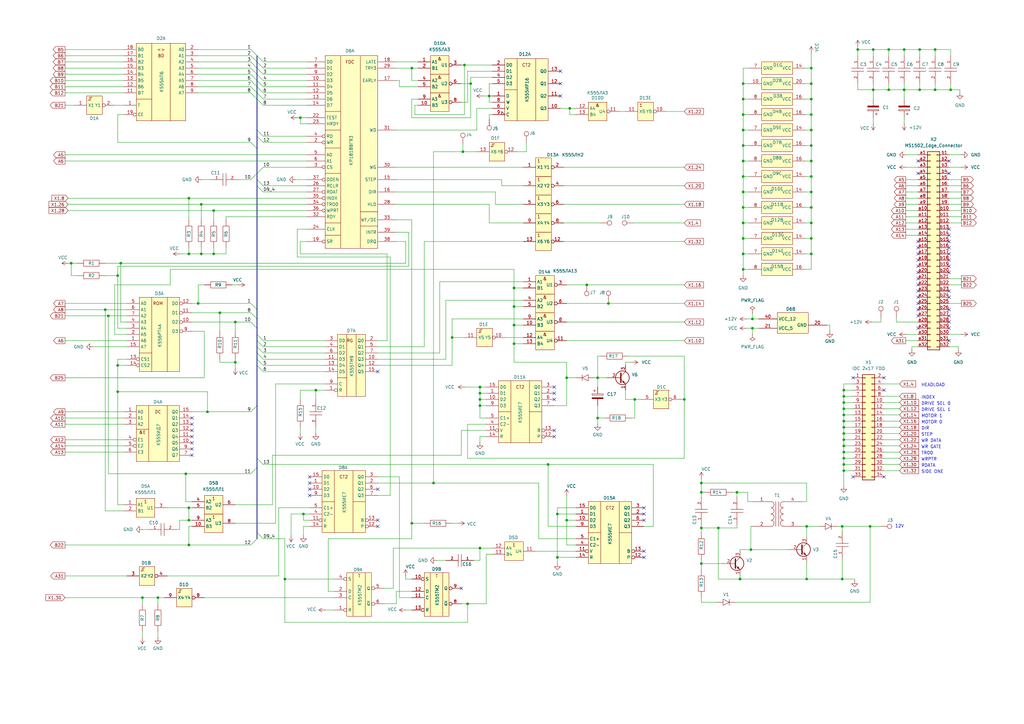
<source format=kicad_sch>
(kicad_sch (version 20231120) (generator "eeschema") (generator_version "8.0")
  (paper "A3")
  (title_block (title "MC-1502 Floppy Drive Controller") (date "2025-05-01") (rev "1.0") (company "Software & Computer Museum, Ukraine") (comment 1 "Based on Zorel and Val_DP design") (comment 2 "ШЖГК 457234.003 Э3 - Устройство ввода-вывода информации на НГМД") (comment 3 "28.01.1993, разр. Куралин, пров. Токарь, Н.контр. Сафат, утв. Тесленко"))
  (lib_symbols
    (symbol "Connector_Generic:Conn_02x17_Odd_Even" (pin_names (offset 1.016) hide)
      (property "Reference" "J" (at 1.27 22.86 0))
      (property "Value" "Conn_02x17_Odd_Even" (at 1.27 -22.86 0))
      (symbol "Conn_02x17_Odd_Even_1_1"
        (pin passive line (at -5.08 20.32 0) (length 3.81) (name "Pin_1") (number "1"))
        (pin passive line (at 7.62 10.16 180) (length 3.81) (name "Pin_10") (number "10"))
        (pin passive line (at -5.08 7.62 0) (length 3.81) (name "Pin_11") (number "11"))
        (pin passive line (at 7.62 7.62 180) (length 3.81) (name "Pin_12") (number "12"))
        (pin passive line (at -5.08 5.08 0) (length 3.81) (name "Pin_13") (number "13"))
        (pin passive line (at 7.62 5.08 180) (length 3.81) (name "Pin_14") (number "14"))
        (pin passive line (at -5.08 2.54 0) (length 3.81) (name "Pin_15") (number "15"))
        (pin passive line (at 7.62 2.54 180) (length 3.81) (name "Pin_16") (number "16"))
        (pin passive line (at -5.08 0 0) (length 3.81) (name "Pin_17") (number "17"))
        (pin passive line (at 7.62 0 180) (length 3.81) (name "Pin_18") (number "18"))
        (pin passive line (at -5.08 -2.54 0) (length 3.81) (name "Pin_19") (number "19"))
        (pin passive line (at 7.62 20.32 180) (length 3.81) (name "Pin_2") (number "2"))
        (pin passive line (at 7.62 -2.54 180) (length 3.81) (name "Pin_20") (number "20"))
        (pin passive line (at -5.08 -5.08 0) (length 3.81) (name "Pin_21") (number "21"))
        (pin passive line (at 7.62 -5.08 180) (length 3.81) (name "Pin_22") (number "22"))
        (pin passive line (at -5.08 -7.62 0) (length 3.81) (name "Pin_23") (number "23"))
        (pin passive line (at 7.62 -7.62 180) (length 3.81) (name "Pin_24") (number "24"))
        (pin passive line (at -5.08 -10.16 0) (length 3.81) (name "Pin_25") (number "25"))
        (pin passive line (at 7.62 -10.16 180) (length 3.81) (name "Pin_26") (number "26"))
        (pin passive line (at -5.08 -12.7 0) (length 3.81) (name "Pin_27") (number "27"))
        (pin passive line (at 7.62 -12.7 180) (length 3.81) (name "Pin_28") (number "28"))
        (pin passive line (at -5.08 -15.24 0) (length 3.81) (name "Pin_29") (number "29"))
        (pin passive line (at -5.08 17.78 0) (length 3.81) (name "Pin_3") (number "3"))
        (pin passive line (at 7.62 -15.24 180) (length 3.81) (name "Pin_30") (number "30"))
        (pin passive line (at -5.08 -17.78 0) (length 3.81) (name "Pin_31") (number "31"))
        (pin passive line (at 7.62 -17.78 180) (length 3.81) (name "Pin_32") (number "32"))
        (pin passive line (at -5.08 -20.32 0) (length 3.81) (name "Pin_33") (number "33"))
        (pin passive line (at 7.62 -20.32 180) (length 3.81) (name "Pin_34") (number "34"))
        (pin passive line (at 7.62 17.78 180) (length 3.81) (name "Pin_4") (number "4"))
        (pin passive line (at -5.08 15.24 0) (length 3.81) (name "Pin_5") (number "5"))
        (pin passive line (at 7.62 15.24 180) (length 3.81) (name "Pin_6") (number "6"))
        (pin passive line (at -5.08 12.7 0) (length 3.81) (name "Pin_7") (number "7"))
        (pin passive line (at 7.62 12.7 180) (length 3.81) (name "Pin_8") (number "8"))
        (pin passive line (at -5.08 10.16 0) (length 3.81) (name "Pin_9") (number "9"))
      )
    )
    (symbol "Connector_Generic:Conn_02x32_Row_Letter_First" (pin_names (offset 1.016) hide)
      (property "Reference" "J" (at 1.27 40.64 0))
      (property "Value" "Conn_02x32_Row_Letter_First" (at 1.27 -43.18 0))
      (symbol "Conn_02x32_Row_Letter_First_1_1"
        (pin passive line (at -5.08 38.1 0) (length 3.81) (name "Pin_a1") (number "a1"))
        (pin passive line (at -5.08 15.24 0) (length 3.81) (name "Pin_a10") (number "a10"))
        (pin passive line (at -5.08 12.7 0) (length 3.81) (name "Pin_a11") (number "a11"))
        (pin passive line (at -5.08 10.16 0) (length 3.81) (name "Pin_a12") (number "a12"))
        (pin passive line (at -5.08 7.62 0) (length 3.81) (name "Pin_a13") (number "a13"))
        (pin passive line (at -5.08 5.08 0) (length 3.81) (name "Pin_a14") (number "a14"))
        (pin passive line (at -5.08 2.54 0) (length 3.81) (name "Pin_a15") (number "a15"))
        (pin passive line (at -5.08 0 0) (length 3.81) (name "Pin_a16") (number "a16"))
        (pin passive line (at -5.08 -2.54 0) (length 3.81) (name "Pin_a17") (number "a17"))
        (pin passive line (at -5.08 -5.08 0) (length 3.81) (name "Pin_a18") (number "a18"))
        (pin passive line (at -5.08 -7.62 0) (length 3.81) (name "Pin_a19") (number "a19"))
        (pin passive line (at -5.08 35.56 0) (length 3.81) (name "Pin_a2") (number "a2"))
        (pin passive line (at -5.08 -10.16 0) (length 3.81) (name "Pin_a20") (number "a20"))
        (pin passive line (at -5.08 -12.7 0) (length 3.81) (name "Pin_a21") (number "a21"))
        (pin passive line (at -5.08 -15.24 0) (length 3.81) (name "Pin_a22") (number "a22"))
        (pin passive line (at -5.08 -17.78 0) (length 3.81) (name "Pin_a23") (number "a23"))
        (pin passive line (at -5.08 -20.32 0) (length 3.81) (name "Pin_a24") (number "a24"))
        (pin passive line (at -5.08 -22.86 0) (length 3.81) (name "Pin_a25") (number "a25"))
        (pin passive line (at -5.08 -25.4 0) (length 3.81) (name "Pin_a26") (number "a26"))
        (pin passive line (at -5.08 -27.94 0) (length 3.81) (name "Pin_a27") (number "a27"))
        (pin passive line (at -5.08 -30.48 0) (length 3.81) (name "Pin_a28") (number "a28"))
        (pin passive line (at -5.08 -33.02 0) (length 3.81) (name "Pin_a29") (number "a29"))
        (pin passive line (at -5.08 33.02 0) (length 3.81) (name "Pin_a3") (number "a3"))
        (pin passive line (at -5.08 -35.56 0) (length 3.81) (name "Pin_a30") (number "a30"))
        (pin passive line (at -5.08 -38.1 0) (length 3.81) (name "Pin_a31") (number "a31"))
        (pin passive line (at -5.08 -40.64 0) (length 3.81) (name "Pin_a32") (number "a32"))
        (pin passive line (at -5.08 30.48 0) (length 3.81) (name "Pin_a4") (number "a4"))
        (pin passive line (at -5.08 27.94 0) (length 3.81) (name "Pin_a5") (number "a5"))
        (pin passive line (at -5.08 25.4 0) (length 3.81) (name "Pin_a6") (number "a6"))
        (pin passive line (at -5.08 22.86 0) (length 3.81) (name "Pin_a7") (number "a7"))
        (pin passive line (at -5.08 20.32 0) (length 3.81) (name "Pin_a8") (number "a8"))
        (pin passive line (at -5.08 17.78 0) (length 3.81) (name "Pin_a9") (number "a9"))
        (pin passive line (at 7.62 38.1 180) (length 3.81) (name "Pin_b1") (number "b1"))
        (pin passive line (at 7.62 15.24 180) (length 3.81) (name "Pin_b10") (number "b10"))
        (pin passive line (at 7.62 12.7 180) (length 3.81) (name "Pin_b11") (number "b11"))
        (pin passive line (at 7.62 10.16 180) (length 3.81) (name "Pin_b12") (number "b12"))
        (pin passive line (at 7.62 7.62 180) (length 3.81) (name "Pin_b13") (number "b13"))
        (pin passive line (at 7.62 5.08 180) (length 3.81) (name "Pin_b14") (number "b14"))
        (pin passive line (at 7.62 2.54 180) (length 3.81) (name "Pin_b15") (number "b15"))
        (pin passive line (at 7.62 0 180) (length 3.81) (name "Pin_b16") (number "b16"))
        (pin passive line (at 7.62 -2.54 180) (length 3.81) (name "Pin_b17") (number "b17"))
        (pin passive line (at 7.62 -5.08 180) (length 3.81) (name "Pin_b18") (number "b18"))
        (pin passive line (at 7.62 -7.62 180) (length 3.81) (name "Pin_b19") (number "b19"))
        (pin passive line (at 7.62 35.56 180) (length 3.81) (name "Pin_b2") (number "b2"))
        (pin passive line (at 7.62 -10.16 180) (length 3.81) (name "Pin_b20") (number "b20"))
        (pin passive line (at 7.62 -12.7 180) (length 3.81) (name "Pin_b21") (number "b21"))
        (pin passive line (at 7.62 -15.24 180) (length 3.81) (name "Pin_b22") (number "b22"))
        (pin passive line (at 7.62 -17.78 180) (length 3.81) (name "Pin_b23") (number "b23"))
        (pin passive line (at 7.62 -20.32 180) (length 3.81) (name "Pin_b24") (number "b24"))
        (pin passive line (at 7.62 -22.86 180) (length 3.81) (name "Pin_b25") (number "b25"))
        (pin passive line (at 7.62 -25.4 180) (length 3.81) (name "Pin_b26") (number "b26"))
        (pin passive line (at 7.62 -27.94 180) (length 3.81) (name "Pin_b27") (number "b27"))
        (pin passive line (at 7.62 -30.48 180) (length 3.81) (name "Pin_b28") (number "b28"))
        (pin passive line (at 7.62 -33.02 180) (length 3.81) (name "Pin_b29") (number "b29"))
        (pin passive line (at 7.62 33.02 180) (length 3.81) (name "Pin_b3") (number "b3"))
        (pin passive line (at 7.62 -35.56 180) (length 3.81) (name "Pin_b30") (number "b30"))
        (pin passive line (at 7.62 -38.1 180) (length 3.81) (name "Pin_b31") (number "b31"))
        (pin passive line (at 7.62 -40.64 180) (length 3.81) (name "Pin_b32") (number "b32"))
        (pin passive line (at 7.62 30.48 180) (length 3.81) (name "Pin_b4") (number "b4"))
        (pin passive line (at 7.62 27.94 180) (length 3.81) (name "Pin_b5") (number "b5"))
        (pin passive line (at 7.62 25.4 180) (length 3.81) (name "Pin_b6") (number "b6"))
        (pin passive line (at 7.62 22.86 180) (length 3.81) (name "Pin_b7") (number "b7"))
        (pin passive line (at 7.62 20.32 180) (length 3.81) (name "Pin_b8") (number "b8"))
        (pin passive line (at 7.62 17.78 180) (length 3.81) (name "Pin_b9") (number "b9"))
      )
    )
    (symbol "Device:C_Polarized" (pin_numbers hide) (pin_names (offset 0.254))
      (property "Reference" "C" (at 0.635 2.54 0))
      (property "Value" "C_Polarized" (at 0.635 -2.54 0))
      (symbol "C_Polarized_1_1"
        (pin passive line (at 0 3.81 270) (length 2.794) (name "~") (number "1"))
        (pin passive line (at 0 -3.81 90) (length 2.794) (name "~") (number "2"))
      )
    )
    (symbol "Device:Transformer_1P_1S" (pin_names (offset 1.016) hide)
      (property "Reference" "T" (at 0 6.35 0))
      (property "Value" "Transformer_1P_1S" (at 0 -7.62 0))
      (symbol "Transformer_1P_1S_1_1"
        (pin passive line (at -10.16 5.08 0) (length 7.62) (name "AA") (number "1"))
        (pin passive line (at -10.16 -5.08 0) (length 7.62) (name "AB") (number "2"))
        (pin passive line (at 10.16 -5.08 180) (length 7.62) (name "SA") (number "3"))
        (pin passive line (at 10.16 5.08 180) (length 7.62) (name "SB") (number "4"))
      )
    )
    (symbol "Transistor_BJT:2N2219" (pin_names (offset 0) hide)
      (property "Reference" "Q" (at 5.08 1.905 0))
      (property "Value" "2N2219" (at 5.08 0 0))
      (symbol "2N2219_1_1"
        (pin passive line (at 2.54 -5.08 90) (length 2.54) (name "E") (number "1"))
        (pin passive line (at -5.08 0 0) (length 5.715) (name "B") (number "2"))
        (pin passive line (at 2.54 5.08 270) (length 2.54) (name "C") (number "3"))
      )
    )
    (symbol "USSR_Digital:К556РТ4А"
      (property "Reference" "D" (at -4.064 -5.842 0))
      (property "Value" "К556РТ4А" (at 3.302 -24.13 90))
      (symbol "К556РТ4А_1_1"
        (text "ROM" (at 2.54 -10.16 0) (effects (font (size 1.27 1.27))))
        (pin input line (at -10.16 -25.4 0) (length 5.08) (name "A6") (number "1"))
        (pin output inverted (at 16.51 -17.78 180) (length 5.08) (name "D2") (number "10"))
        (pin output inverted (at 16.51 -13.97 180) (length 5.08) (name "D1") (number "11"))
        (pin output inverted (at 16.51 -10.16 180) (length 5.08) (name "DO") (number "12"))
        (pin output inverted (at -10.16 -33.02 0) (length 5.08) (name "CS1") (number "13"))
        (pin output inverted (at -10.16 -35.56 0) (length 5.08) (name "CS2") (number "14"))
        (pin input line (at -10.16 -27.94 0) (length 5.08) (name "A7") (number "15"))
        (pin input line (at -10.16 -22.86 0) (length 5.08) (name "A5") (number "2"))
        (pin input line (at -10.16 -20.32 0) (length 5.08) (name "A4") (number "3"))
        (pin input line (at -10.16 -17.78 0) (length 5.08) (name "A3") (number "4"))
        (pin input line (at -10.16 -10.16 0) (length 5.08) (name "A0") (number "5"))
        (pin input line (at -10.16 -12.7 0) (length 5.08) (name "A1") (number "6"))
        (pin input line (at -10.16 -15.24 0) (length 5.08) (name "A2") (number "7"))
        (pin output inverted (at 16.51 -21.59 180) (length 5.08) (name "D3") (number "9"))
      )
      (symbol "К556РТ4А_2_1"
        (pin power_in line (at -10.16 -12.7 0) (length 5.08) (name "VCC") (number "16"))
        (pin power_in line (at 12.7 -12.7 180) (length 5.08) (name "GND") (number "8"))
      )
    )
    (symbol "USSR_Digital:КР1818ВГ93"
      (property "Reference" "D" (at 0 0 0))
      (property "Value" "КР1818ВГ93" (at 7.62 0 0))
      (property "Footprint" "USSR:2123.40-6" (at 0 -2.54 0))
      (symbol "КР1818ВГ93_1_0"
        (text "FDC" (at 0 -7.62 0) (effects (font (size 1.27 1.27))))
      )
      (symbol "КР1818ВГ93_1_1"
        (pin bidirectional line (at -17.78 -15.24 0) (length 7.62) (name "D3") (number "10"))
        (pin bidirectional line (at -17.78 -17.78 0) (length 7.62) (name "D4") (number "11"))
        (pin bidirectional line (at -17.78 -20.32 0) (length 7.62) (name "D5") (number "12"))
        (pin bidirectional line (at -17.78 -22.86 0) (length 7.62) (name "D6") (number "13"))
        (pin bidirectional line (at -17.78 -25.4 0) (length 7.62) (name "D7") (number "14"))
        (pin output line (at 19.05 -55.88 180) (length 7.62) (name "STEP") (number "15"))
        (pin output line (at 19.05 -60.96 180) (length 7.62) (name "DIR") (number "16"))
        (pin output line (at 19.05 -15.24 180) (length 7.62) (name "EARLY") (number "17"))
        (pin output line (at 19.05 -7.62 180) (length 7.62) (name "LATE") (number "18"))
        (pin input inverted (at -17.78 -81.28 0) (length 7.62) (name "SR") (number "19"))
        (pin input inverted (at -17.78 -40.64 0) (length 7.62) (name "WR") (number "2"))
        (pin input line (at -17.78 -30.48 0) (length 7.62) (name "TEST") (number "22"))
        (pin input line (at -17.78 -33.02 0) (length 7.62) (name "HRDY") (number "23"))
        (pin input line (at -17.78 -76.2 0) (length 7.62) (name "CLK") (number "24"))
        (pin input line (at -17.78 -58.42 0) (length 7.62) (name "RCLR") (number "26"))
        (pin input inverted (at -17.78 -60.96 0) (length 7.62) (name "RDAT") (number "27"))
        (pin output line (at 19.05 -66.04 180) (length 7.62) (name "HLD") (number "28"))
        (pin output line (at 19.05 -10.16 180) (length 7.62) (name "TRY3") (number "29"))
        (pin input inverted (at -17.78 -50.8 0) (length 7.62) (name "CS") (number "3"))
        (pin output line (at 19.05 -50.8 180) (length 7.62) (name "WG") (number "30"))
        (pin output line (at 19.05 -35.56 180) (length 7.62) (name "WD") (number "31"))
        (pin input line (at -17.78 -71.12 0) (length 7.62) (name "RDY") (number "32"))
        (pin bidirectional line (at 19.05 -72.39 180) (length 7.62) (name "WF/DE") (number "33"))
        (pin input inverted (at -17.78 -66.04 0) (length 7.62) (name "TRO0") (number "34"))
        (pin input inverted (at -17.78 -63.5 0) (length 7.62) (name "INDX") (number "35"))
        (pin input inverted (at -17.78 -68.58 0) (length 7.62) (name "WPRT") (number "36"))
        (pin input inverted (at -17.78 -55.88 0) (length 7.62) (name "DDEN") (number "37"))
        (pin output line (at 19.05 -81.28 180) (length 7.62) (name "DRQ") (number "38"))
        (pin output line (at 19.05 -77.47 180) (length 7.62) (name "INTR") (number "39"))
        (pin input inverted (at -17.78 -38.1 0) (length 7.62) (name "RD") (number "4"))
        (pin input line (at -17.78 -45.72 0) (length 7.62) (name "A0") (number "5"))
        (pin input line (at -17.78 -48.26 0) (length 7.62) (name "A1") (number "6"))
        (pin bidirectional line (at -17.78 -7.62 0) (length 7.62) (name "D0") (number "7"))
        (pin bidirectional line (at -17.78 -10.16 0) (length 7.62) (name "D1") (number "8"))
        (pin bidirectional line (at -17.78 -12.7 0) (length 7.62) (name "D2") (number "9"))
      )
      (symbol "КР1818ВГ93_2_1"
        (pin power_in line (at 13.97 -15.24 180) (length 7.62) (name "GND") (number "20"))
        (pin power_in line (at -13.97 -16.51 0) (length 7.62) (name "VCC_5") (number "21"))
        (pin power_in line (at -13.97 -12.7 0) (length 7.62) (name "VCC_12") (number "40"))
      )
    )
    (symbol "USSR_KCGD:R_125" (pin_numbers hide) (pin_names hide)
      (property "Reference" "R" (at 0 0 0))
      (symbol "R_125_1_1"
        (pin passive line (at 0 -8.89 270) (length 2.54) (name "1") (number "1"))
        (pin passive line (at 0 -20.32 90) (length 2.54) (name "2") (number "2"))
      )
    )
    (symbol "USSR_KCGD:VD_125" (pin_numbers hide) (pin_names hide)
      (property "Reference" "VD" (at 0 0 0))
      (symbol "VD_125_1_1"
        (pin passive line (at 0 -8.89 270) (length 2.54) (name "1") (number "1"))
        (pin passive line (at 0 -16.51 90) (length 2.54) (name "2") (number "2"))
      )
    )
    (symbol "USSR_KCGD:cap_5mm"
      (property "Reference" "C" (at -2.54 0 0))
      (symbol "cap_5mm_1_1"
        (pin passive line (at -6.35 -6.35 0) (length 5.08) (name "~") (number "1"))
        (pin passive line (at 5.08 -6.35 180) (length 5.08) (name "~") (number "2"))
      )
    )
    (symbol "USSR_logic:АП6"
      (property "Reference" "D" (at -8.89 1.27 0))
      (property "Value" "АП6" (at 7.62 1.27 0))
      (symbol "АП6_1_1"
        (text "<>" (at 0 -2.54 0) (effects (font (size 1.27 1.27))))
        (text "BD" (at 0 -5.08 0) (effects (font (size 1.27 1.27))))
        (pin bidirectional line (at -15.24 -25.4 0) (length 5.08) (name "T") (number "1"))
        (pin bidirectional line (at -15.24 -20.32 0) (length 5.08) (name "B7") (number "11"))
        (pin bidirectional line (at -15.24 -17.78 0) (length 5.08) (name "B6") (number "12"))
        (pin bidirectional line (at -15.24 -15.24 0) (length 5.08) (name "B5") (number "13"))
        (pin bidirectional line (at -15.24 -12.7 0) (length 5.08) (name "B4") (number "14"))
        (pin bidirectional line (at -15.24 -10.16 0) (length 5.08) (name "B3") (number "15"))
        (pin bidirectional line (at -15.24 -7.62 0) (length 5.08) (name "B2") (number "16"))
        (pin bidirectional line (at -15.24 -5.08 0) (length 5.08) (name "B1") (number "17"))
        (pin bidirectional line (at -15.24 -2.54 0) (length 5.08) (name "B0") (number "18"))
        (pin bidirectional inverted (at -15.24 -29.21 0) (length 5.08) (name "CE") (number "19"))
        (pin bidirectional line (at 15.24 -2.54 180) (length 5.08) (name "A0") (number "2"))
        (pin bidirectional line (at 15.24 -5.08 180) (length 5.08) (name "A1") (number "3"))
        (pin bidirectional line (at 15.24 -7.62 180) (length 5.08) (name "A2") (number "4"))
        (pin bidirectional line (at 15.24 -10.16 180) (length 5.08) (name "A3") (number "5"))
        (pin bidirectional line (at 15.24 -12.7 180) (length 5.08) (name "A4") (number "6"))
        (pin bidirectional line (at 15.24 -15.24 180) (length 5.08) (name "A5") (number "7"))
        (pin bidirectional line (at 15.24 -17.78 180) (length 5.08) (name "A6") (number "8"))
        (pin bidirectional line (at 15.24 -20.32 180) (length 5.08) (name "A7") (number "9"))
      )
      (symbol "АП6_2_1"
        (pin power_in line (at 11.43 -3.81 180) (length 5.08) (name "GND") (number "10"))
        (pin power_in line (at -11.43 -3.81 0) (length 5.08) (name "VCC") (number "20"))
      )
    )
    (symbol "USSR_logic:ИД7"
      (property "Reference" "D" (at -7.62 -3.81 0))
      (property "Value" "ИД7" (at 6.35 -3.81 0))
      (symbol "ИД7_1_1"
        (text "&E" (at -6.35 -16.002 0) (effects (font (size 1.27 1.27))))
        (text "DC" (at 0 -7.62 0) (effects (font (size 1.27 1.27))))
        (pin input line (at -13.97 -7.62 0) (length 5.08) (name "A0") (number "1"))
        (pin output line (at 13.97 -20.32 180) (length 5.08) (name "Q5") (number "10"))
        (pin output line (at 13.97 -17.78 180) (length 5.08) (name "Q4") (number "11"))
        (pin output line (at 13.97 -15.24 180) (length 5.08) (name "Q3") (number "12"))
        (pin output line (at 13.97 -12.7 180) (length 5.08) (name "Q2") (number "13"))
        (pin output line (at 13.97 -10.16 180) (length 5.08) (name "Q1") (number "14"))
        (pin output line (at 13.97 -7.62 180) (length 5.08) (name "Q0") (number "15"))
        (pin input line (at -13.97 -10.16 0) (length 5.08) (name "A1") (number "2"))
        (pin input line (at -13.97 -12.7 0) (length 5.08) (name "A2") (number "3"))
        (pin input inverted (at -13.97 -19.05 0) (length 5.08) (name "E1") (number "4"))
        (pin input inverted (at -13.97 -21.59 0) (length 5.08) (name "E2") (number "5"))
        (pin input line (at -13.97 -24.13 0) (length 5.08) (name "E3") (number "6"))
        (pin output line (at 13.97 -25.4 180) (length 5.08) (name "Q7") (number "7"))
        (pin output line (at 13.97 -22.86 180) (length 5.08) (name "Q6") (number "9"))
      )
      (symbol "ИД7_2_1"
        (pin power_in line (at 12.7 -13.97 180) (length 5.08) (name "VCC") (number "16"))
        (pin power_in line (at -10.16 -13.97 0) (length 5.08) (name "GND") (number "8"))
      )
    )
    (symbol "USSR_logic:ИЕ7"
      (property "Reference" "D" (at -7.62 -3.81 0))
      (property "Value" "ИЕ7" (at 6.35 -3.81 0))
      (symbol "ИЕ7_1_1"
        (text "CT2" (at 0 -7.62 0) (effects (font (size 1.27 1.27))))
        (pin input line (at -13.97 -10.16 0) (length 5.08) (name "D1") (number "1"))
        (pin input line (at -13.97 -12.7 0) (length 5.08) (name "D2") (number "10"))
        (pin input inverted (at -13.97 -25.4 0) (length 5.08) (name "V") (number "11"))
        (pin output inverted (at 13.97 -27.94 180) (length 5.08) (name "P") (number "12"))
        (pin output inverted (at 13.97 -25.4 180) (length 5.08) (name "B") (number "13"))
        (pin input line (at -13.97 -27.94 0) (length 5.08) (name "R") (number "14"))
        (pin input line (at -13.97 -7.62 0) (length 5.08) (name "D0") (number "15"))
        (pin output line (at 13.97 -10.16 180) (length 5.08) (name "Q1") (number "2"))
        (pin output line (at 13.97 -7.62 180) (length 5.08) (name "Q0") (number "3"))
        (pin input line (at -13.97 -22.86 0) (length 5.08) (name "C2-") (number "4"))
        (pin input line (at -13.97 -20.32 0) (length 5.08) (name "C1+") (number "5"))
        (pin output line (at 13.97 -12.7 180) (length 5.08) (name "Q2") (number "6"))
        (pin output line (at 13.97 -15.24 180) (length 5.08) (name "Q3") (number "7"))
        (pin input line (at -13.97 -15.24 0) (length 5.08) (name "D3") (number "9"))
      )
      (symbol "ИЕ7_2_1"
        (pin power_in line (at 12.7 -13.97 180) (length 5.08) (name "VCC") (number "16"))
        (pin power_in line (at -10.16 -13.97 0) (length 5.08) (name "GND") (number "8"))
      )
    )
    (symbol "USSR_logic:ИР16"
      (property "Reference" "D" (at -7.62 -3.81 0))
      (property "Value" "ИР16" (at 6.35 -3.81 0))
      (symbol "ИР16_1_1"
        (text "CT2" (at 0 -7.62 0) (effects (font (size 1.27 1.27))))
        (pin input line (at -13.97 -20.32 0) (length 5.08) (name "D") (number "1"))
        (pin output line (at 13.97 -25.4 180) (length 5.08) (name "Q3") (number "10"))
        (pin output line (at 13.97 -20.32 180) (length 5.08) (name "Q2") (number "11"))
        (pin output line (at 13.97 -15.24 180) (length 5.08) (name "Q1") (number "12"))
        (pin output line (at 13.97 -10.16 180) (length 5.08) (name "Q0") (number "13"))
        (pin input line (at -13.97 -7.62 0) (length 5.08) (name "D0") (number "2"))
        (pin input line (at -13.97 -10.16 0) (length 5.08) (name "D1") (number "3"))
        (pin input line (at -13.97 -12.7 0) (length 5.08) (name "D2") (number "4"))
        (pin input line (at -13.97 -15.24 0) (length 5.08) (name "D3") (number "5"))
        (pin input line (at -13.97 -25.4 0) (length 5.08) (name "V") (number "6"))
        (pin input line (at -13.97 -22.86 0) (length 5.08) (name "W") (number "8"))
        (pin input input_low (at -13.97 -27.94 0) (length 5.08) (name "C") (number "9"))
      )
      (symbol "ИР16_2_1"
        (pin power_in line (at 12.7 -13.97 180) (length 5.08) (name "VCC") (number "14"))
        (pin power_in line (at -10.16 -13.97 0) (length 5.08) (name "GND") (number "7"))
      )
    )
    (symbol "USSR_logic:ЛА13"
      (property "Reference" "D" (at -2.54 -5.08 0))
      (property "Value" "ЛА13" (at 2.54 -5.08 0))
      (symbol "ЛА13_1_1"
        (text "&" (at 0 -7.62 0) (effects (font (size 1.27 1.27))))
        (pin input line (at -8.89 -8.89 0) (length 5.08) (name "A1") (number "1"))
        (pin input line (at -8.89 -11.43 0) (length 5.08) (name "B1") (number "2"))
        (pin output inverted (at 8.89 -10.16 180) (length 5.08) (name "U1") (number "3"))
      )
      (symbol "ЛА13_2_1"
        (text "&" (at 0 -7.62 0) (effects (font (size 1.27 1.27))))
        (pin input line (at -8.89 -8.89 0) (length 5.08) (name "A2") (number "4"))
        (pin input line (at -8.89 -11.43 0) (length 5.08) (name "B2") (number "5"))
        (pin output inverted (at 8.89 -10.16 180) (length 5.08) (name "U2") (number "6"))
      )
      (symbol "ЛА13_3_1"
        (text "&" (at 0 -7.62 0) (effects (font (size 1.27 1.27))))
        (pin input line (at -8.89 -11.43 0) (length 5.08) (name "B3") (number "10"))
        (pin output inverted (at 8.89 -10.16 180) (length 5.08) (name "U3") (number "8"))
        (pin input line (at -8.89 -8.89 0) (length 5.08) (name "A3") (number "9"))
      )
      (symbol "ЛА13_4_1"
        (text "&" (at 0 -7.62 0) (effects (font (size 1.27 1.27))))
        (pin output inverted (at 8.89 -10.16 180) (length 5.08) (name "U4") (number "11"))
        (pin input line (at -8.89 -8.89 0) (length 5.08) (name "A4") (number "12"))
        (pin input line (at -8.89 -11.43 0) (length 5.08) (name "B4") (number "13"))
      )
      (symbol "ЛА13_5_1"
        (pin power_in line (at 13.97 -10.16 180) (length 5.08) (name "VCC") (number "14"))
        (pin power_in line (at -8.89 -10.16 0) (length 5.08) (name "GND") (number "7"))
      )
    )
    (symbol "USSR_logic:ЛА3"
      (property "Reference" "D" (at -2.54 -5.08 0))
      (property "Value" "ЛА3" (at 2.54 -5.08 0))
      (symbol "ЛА3_1_1"
        (text "&" (at 0 -7.62 0) (effects (font (size 1.27 1.27))))
        (pin input line (at -8.89 -8.89 0) (length 5.08) (name "A1") (number "1"))
        (pin input line (at -8.89 -11.43 0) (length 5.08) (name "B1") (number "2"))
        (pin output inverted (at 8.89 -10.16 180) (length 5.08) (name "U1") (number "3"))
      )
      (symbol "ЛА3_2_1"
        (text "&" (at 0 -7.62 0) (effects (font (size 1.27 1.27))))
        (pin input line (at -8.89 -8.89 0) (length 5.08) (name "A2") (number "4"))
        (pin input line (at -8.89 -11.43 0) (length 5.08) (name "B2") (number "5"))
        (pin output inverted (at 8.89 -10.16 180) (length 5.08) (name "U2") (number "6"))
      )
      (symbol "ЛА3_3_1"
        (text "&" (at 0 -7.62 0) (effects (font (size 1.27 1.27))))
        (pin input line (at -8.89 -11.43 0) (length 5.08) (name "B3") (number "10"))
        (pin output inverted (at 8.89 -10.16 180) (length 5.08) (name "U3") (number "8"))
        (pin input line (at -8.89 -8.89 0) (length 5.08) (name "A3") (number "9"))
      )
      (symbol "ЛА3_4_1"
        (text "&" (at 0 -7.62 0) (effects (font (size 1.27 1.27))))
        (pin output inverted (at 8.89 -10.16 180) (length 5.08) (name "U4") (number "11"))
        (pin input line (at -8.89 -8.89 0) (length 5.08) (name "A4") (number "12"))
        (pin input line (at -8.89 -11.43 0) (length 5.08) (name "B4") (number "13"))
      )
      (symbol "ЛА3_5_1"
        (pin power_in line (at 13.97 -10.16 180) (length 5.08) (name "VCC") (number "14"))
        (pin power_in line (at -8.89 -10.16 0) (length 5.08) (name "GND") (number "7"))
      )
    )
    (symbol "USSR_logic:ЛЛ1"
      (property "Reference" "D" (at -2.54 -5.08 0))
      (property "Value" "ЛЛ1" (at 2.54 -5.08 0))
      (symbol "ЛЛ1_1_1"
        (text "1" (at 0 -7.62 0) (effects (font (size 1.27 1.27))))
        (pin input line (at -8.89 -8.89 0) (length 5.08) (name "A1") (number "1"))
        (pin input line (at -8.89 -11.43 0) (length 5.08) (name "B1") (number "2"))
        (pin output line (at 8.89 -10.16 180) (length 5.08) (name "U1") (number "3"))
      )
      (symbol "ЛЛ1_2_1"
        (text "1" (at 0 -7.62 0) (effects (font (size 1.27 1.27))))
        (pin input line (at -8.89 -8.89 0) (length 5.08) (name "A2") (number "4"))
        (pin input line (at -8.89 -11.43 0) (length 5.08) (name "B2") (number "5"))
        (pin output line (at 8.89 -10.16 180) (length 5.08) (name "U2") (number "6"))
      )
      (symbol "ЛЛ1_3_1"
        (text "1" (at 0 -7.62 0) (effects (font (size 1.27 1.27))))
        (pin input line (at -8.89 -11.43 0) (length 5.08) (name "B3") (number "10"))
        (pin output line (at 8.89 -10.16 180) (length 5.08) (name "U3") (number "8"))
        (pin input line (at -8.89 -8.89 0) (length 5.08) (name "A3") (number "9"))
      )
      (symbol "ЛЛ1_4_1"
        (text "1" (at 0 -7.62 0) (effects (font (size 1.27 1.27))))
        (pin output line (at 8.89 -10.16 180) (length 5.08) (name "U4") (number "11"))
        (pin input line (at -8.89 -8.89 0) (length 5.08) (name "A4") (number "12"))
        (pin input line (at -8.89 -11.43 0) (length 5.08) (name "B4") (number "13"))
      )
      (symbol "ЛЛ1_5_1"
        (pin power_in line (at 13.97 -10.16 180) (length 5.08) (name "VCC") (number "14"))
        (pin power_in line (at -8.89 -10.16 0) (length 5.08) (name "GND") (number "7"))
      )
    )
    (symbol "USSR_logic:ЛН2"
      (property "Reference" "D" (at -1.27 -2.54 0))
      (property "Value" "ЛН2" (at 2.54 -2.54 0))
      (symbol "ЛН2_1_1"
        (text "1" (at -1.27 -5.08 0) (effects (font (size 1.27 1.27))))
        (pin input line (at -7.62 -7.62 0) (length 5.08) (name "X1") (number "1"))
        (pin open_collector inverted (at 8.89 -7.62 180) (length 5.08) (name "Y1") (number "2"))
      )
      (symbol "ЛН2_2_1"
        (text "1" (at -1.27 -5.08 0) (effects (font (size 1.27 1.27))))
        (pin input line (at -7.62 -7.62 0) (length 5.08) (name "X2") (number "3"))
        (pin open_collector inverted (at 8.89 -7.62 180) (length 5.08) (name "Y2") (number "4"))
      )
      (symbol "ЛН2_3_1"
        (text "1" (at -1.27 -5.08 0) (effects (font (size 1.27 1.27))))
        (pin input line (at -7.62 -7.62 0) (length 5.08) (name "X3") (number "5"))
        (pin open_collector inverted (at 8.89 -7.62 180) (length 5.08) (name "Y3") (number "6"))
      )
      (symbol "ЛН2_4_1"
        (text "1" (at -1.27 -5.08 0) (effects (font (size 1.27 1.27))))
        (pin open_collector inverted (at 8.89 -7.62 180) (length 5.08) (name "Y4") (number "8"))
        (pin input line (at -7.62 -7.62 0) (length 5.08) (name "X4") (number "9"))
      )
      (symbol "ЛН2_5_1"
        (text "1" (at -1.27 -5.08 0) (effects (font (size 1.27 1.27))))
        (pin open_collector inverted (at 8.89 -7.62 180) (length 5.08) (name "Y5") (number "10"))
        (pin input line (at -7.62 -7.62 0) (length 5.08) (name "X5") (number "11"))
      )
      (symbol "ЛН2_6_1"
        (text "1" (at -1.27 -5.08 0) (effects (font (size 1.27 1.27))))
        (pin open_collector inverted (at 8.89 -7.62 180) (length 5.08) (name "Y6") (number "12"))
        (pin input line (at -7.62 -7.62 0) (length 5.08) (name "X6") (number "13"))
      )
      (symbol "ЛН2_7_1"
        (pin power_in line (at -11.43 -6.35 0) (length 5.08) (name "VCC") (number "14"))
        (pin power_in line (at 11.43 -6.35 180) (length 5.08) (name "GND") (number "7"))
      )
    )
    (symbol "USSR_logic:ТЛ2"
      (property "Reference" "D" (at -1.27 -3.81 0))
      (property "Value" "ТЛ2" (at 2.54 -3.81 0))
      (symbol "ТЛ2_1_1"
        (pin input line (at -7.62 -8.89 0) (length 5.08) (name "X1") (number "1"))
        (pin output inverted (at 8.89 -8.89 180) (length 5.08) (name "Y1") (number "2"))
      )
      (symbol "ТЛ2_2_1"
        (pin input line (at -7.62 -8.89 0) (length 5.08) (name "X2") (number "3"))
        (pin output inverted (at 8.89 -8.89 180) (length 5.08) (name "Y2") (number "4"))
      )
      (symbol "ТЛ2_3_1"
        (pin input line (at -7.62 -8.89 0) (length 5.08) (name "X3") (number "5"))
        (pin output inverted (at 8.89 -8.89 180) (length 5.08) (name "Y3") (number "6"))
      )
      (symbol "ТЛ2_4_1"
        (pin output inverted (at 8.89 -8.89 180) (length 5.08) (name "Y4") (number "8"))
        (pin input line (at -7.62 -8.89 0) (length 5.08) (name "X4") (number "9"))
      )
      (symbol "ТЛ2_5_1"
        (pin output inverted (at 8.89 -8.89 180) (length 5.08) (name "Y5") (number "10"))
        (pin input line (at -7.62 -8.89 0) (length 5.08) (name "X5") (number "11"))
      )
      (symbol "ТЛ2_6_1"
        (pin output inverted (at 8.89 -8.89 180) (length 5.08) (name "Y6") (number "12"))
        (pin input line (at -7.62 -8.89 0) (length 5.08) (name "X6") (number "13"))
      )
      (symbol "ТЛ2_7_1"
        (pin power_in line (at -11.43 -7.62 0) (length 5.08) (name "VCC") (number "14"))
        (pin power_in line (at 11.43 -7.62 180) (length 5.08) (name "GND") (number "7"))
      )
    )
    (symbol "USSR_logic:ТМ2"
      (property "Reference" "D" (at -3.81 -3.81 0))
      (property "Value" "ТМ2" (at 3.81 -3.81 0))
      (symbol "ТМ2_1_1"
        (text "T" (at 0 -6.35 0) (effects (font (size 1.27 1.27))))
        (pin input inverted (at -10.16 -20.32 0) (length 5.08) (name "R") (number "1"))
        (pin input line (at -10.16 -12.7 0) (length 5.08) (name "D") (number "2"))
        (pin input line (at -10.16 -15.24 0) (length 5.08) (name "C") (number "3"))
        (pin input inverted (at -10.16 -7.62 0) (length 5.08) (name "S") (number "4"))
        (pin output inverted (at 10.16 -11.43 180) (length 5.08) (name "Q") (number "5"))
        (pin output inverted (at 10.16 -17.78 180) (length 5.08) (name "~{Q}") (number "6"))
      )
      (symbol "ТМ2_2_1"
        (text "T" (at 0 -6.35 0) (effects (font (size 1.27 1.27))))
        (pin input inverted (at -10.16 -7.62 0) (length 5.08) (name "S") (number "10"))
        (pin input line (at -10.16 -15.24 0) (length 5.08) (name "C") (number "11"))
        (pin input line (at -10.16 -12.7 0) (length 5.08) (name "D") (number "12"))
        (pin input inverted (at -10.16 -20.32 0) (length 5.08) (name "R") (number "13"))
        (pin output inverted (at 10.16 -17.78 180) (length 5.08) (name "~{Q}") (number "8"))
        (pin output inverted (at 10.16 -11.43 180) (length 5.08) (name "Q") (number "9"))
      )
      (symbol "ТМ2_3_1"
        (pin power_in line (at -11.43 -8.89 0) (length 5.08) (name "VCC") (number "14"))
        (pin power_in line (at 11.43 -8.89 180) (length 5.08) (name "GND") (number "7"))
      )
    )
    (symbol "USSR_logic:ТМ9"
      (property "Reference" "D" (at -3.81 -3.81 0))
      (property "Value" "ТМ9" (at 5.08 -3.81 0))
      (symbol "ТМ9_1_1"
        (text "RG" (at 0 -7.62 0) (effects (font (size 1.27 1.27))))
        (pin input inverted (at -10.16 -27.94 0) (length 5.08) (name "R") (number "1"))
        (pin output line (at 11.43 -15.24 180) (length 5.08) (name "Q3") (number "10"))
        (pin input line (at -10.16 -15.24 0) (length 5.08) (name "D3") (number "11"))
        (pin output line (at 11.43 -17.78 180) (length 5.08) (name "Q4") (number "12"))
        (pin input line (at -10.16 -17.78 0) (length 5.08) (name "D4") (number "13"))
        (pin input line (at -10.16 -20.32 0) (length 5.08) (name "D5") (number "14"))
        (pin output line (at 11.43 -20.32 180) (length 5.08) (name "Q5") (number "15"))
        (pin output line (at 11.43 -7.62 180) (length 5.08) (name "Q0") (number "2"))
        (pin input line (at -10.16 -7.62 0) (length 5.08) (name "D0") (number "3"))
        (pin input line (at -10.16 -10.16 0) (length 5.08) (name "D1") (number "4"))
        (pin output line (at 11.43 -10.16 180) (length 5.08) (name "Q1") (number "5"))
        (pin input line (at -10.16 -12.7 0) (length 5.08) (name "D2") (number "6"))
        (pin output line (at 11.43 -12.7 180) (length 5.08) (name "Q2") (number "7"))
        (pin input line (at -10.16 -25.4 0) (length 5.08) (name "C") (number "9"))
      )
      (symbol "ТМ9_2_1"
        (pin power_in line (at -11.43 -8.89 0) (length 5.08) (name "VCC") (number "16"))
        (pin power_in line (at 11.43 -8.89 180) (length 5.08) (name "GND") (number "8"))
      )
    )
    (symbol "USSR_misc:Jumper" (pin_numbers hide) (pin_names (offset 0) hide)
      (property "Reference" "J" (at -1.524 -0.762 0))
      (symbol "Jumper_1_1"
        (pin passive line (at 0 -1.27 270) (length 2.54) (name "1") (number "1"))
      )
    )
    (symbol "power:+12V" (power) (pin_numbers hide) (pin_names (offset 0) hide)
      (property "Value" "+12V" (at 0 3.556 0))
      (symbol "+12V_1_1"
        (pin power_in line (at 0 0 90) (length 0) (name "~") (number "1"))
      )
    )
    (symbol "power:GND" (power) (pin_numbers hide) (pin_names (offset 0) hide)
      (property "Value" "GND" (at 0 -3.81 0))
      (symbol "GND_1_1"
        (pin power_in line (at 0 0 270) (length 0) (name "~") (number "1"))
      )
    )
    (symbol "power:PWR_FLAG" (power) (pin_numbers hide) (pin_names (offset 0) hide)
      (property "Value" "PWR_FLAG" (at 0 3.81 0))
      (symbol "PWR_FLAG_0_0"
        (pin power_out line (at 0 0 90) (length 0) (name "~") (number "1"))
      )
    )
    (symbol "power:VCC" (power) (pin_numbers hide) (pin_names (offset 0) hide)
      (property "Value" "VCC" (at 0 3.556 0))
      (symbol "VCC_1_1"
        (pin power_in line (at 0 0 90) (length 0) (name "~") (number "1"))
      )
    )
    (symbol "К556РТ4А_1"
      (property "Reference" "D" (at -3.81 -2.54 0))
      (property "Value" "К556РТ4А" (at 0 -5.08 0))
      (symbol "К556РТ4А_1_1_1"
        (text "ROM" (at 2.54 -10.16 0) (effects (font (size 1.27 1.27))))
        (pin input line (at -10.16 -25.4 0) (length 5.08) (name "A6") (number "1"))
        (pin output line (at 16.51 -17.78 180) (length 5.08) (name "D2") (number "10"))
        (pin output line (at 16.51 -13.97 180) (length 5.08) (name "D1") (number "11"))
        (pin output line (at 16.51 -21.59 180) (length 5.08) (name "9") (number "12"))
        (pin output line (at 16.51 -10.16 180) (length 5.08) (name "DO") (number "12"))
        (pin input inverted (at -10.16 -33.02 0) (length 5.08) (name "CS1") (number "13"))
        (pin input inverted (at -10.16 -35.56 0) (length 5.08) (name "CS2") (number "14"))
        (pin input line (at -10.16 -27.94 0) (length 5.08) (name "A7") (number "15"))
        (pin input line (at -10.16 -22.86 0) (length 5.08) (name "A5") (number "2"))
        (pin input line (at -10.16 -20.32 0) (length 5.08) (name "A4") (number "3"))
        (pin input line (at -10.16 -17.78 0) (length 5.08) (name "A3") (number "4"))
        (pin input line (at -10.16 -10.16 0) (length 5.08) (name "A0") (number "5"))
        (pin input line (at -10.16 -12.7 0) (length 5.08) (name "A1") (number "6"))
        (pin input line (at -10.16 -15.24 0) (length 5.08) (name "A2") (number "7"))
      )
      (symbol "К556РТ4А_1_2_1"
        (pin power_in line (at -10.16 -12.7 0) (length 5.08) (name "VCC") (number "16"))
        (pin power_in line (at 12.7 -12.7 180) (length 5.08) (name "GND") (number "8"))
      )
    )
  )
  (junction (at 302.26 201.93))
  (junction (at 48.26 160.655))
  (junction (at 304.8 104.14))
  (junction (at 304.8 72.39))
  (junction (at 196.85 161.29))
  (junction (at 294.64 216.535))
  (junction (at 76.2 194.31))
  (junction (at 346.075 180.34))
  (junction (at 304.8 34.29))
  (junction (at 48.26 149.86))
  (junction (at 233.68 44.45))
  (junction (at 370.84 20.32))
  (junction (at 304.8 66.04))
  (junction (at 389.89 36.83))
  (junction (at 332.74 66.04))
  (junction (at 345.44 215.9))
  (junction (at 304.8 97.79))
  (junction (at 345.44 237.49))
  (junction (at 332.74 72.39))
  (junction (at 232.41 213.36))
  (junction (at 332.74 85.09))
  (junction (at 287.655 216.535))
  (junction (at 330.835 215.9))
  (junction (at 81.28 124.46))
  (junction (at 228.6 228.6))
  (junction (at 77.47 213.36))
  (junction (at 196.85 158.75))
  (junction (at 383.54 36.83))
  (junction (at 96.52 148.59))
  (junction (at 332.74 59.69))
  (junction (at 190.5 26.67))
  (junction (at 346.075 177.8))
  (junction (at 287.655 201.93))
  (junction (at 332.74 46.99))
  (junction (at 193.04 34.29))
  (junction (at 356.87 215.9))
  (junction (at 304.8 78.74))
  (junction (at 44.45 129.54))
  (junction (at 196.85 224.79))
  (junction (at 332.74 78.74))
  (junction (at 260.35 163.83))
  (junction (at 210.82 133.35))
  (junction (at 304.8 46.99))
  (junction (at 29.21 107.95))
  (junction (at 85.09 168.91))
  (junction (at 330.835 237.49))
  (junction (at 224.79 190.5))
  (junction (at 168.91 214.63))
  (junction (at 43.18 127))
  (junction (at 280.67 163.83))
  (junction (at 364.49 20.32))
  (junction (at 96.52 132.08))
  (junction (at 185.42 138.43))
  (junction (at 232.41 154.94))
  (junction (at 77.47 104.14))
  (junction (at 168.91 27.94))
  (junction (at 304.8 110.49))
  (junction (at 123.19 48.26))
  (junction (at 48.26 113.03))
  (junction (at 332.74 104.14))
  (junction (at 77.47 223.52))
  (junction (at 177.8 198.12))
  (junction (at 287.655 198.12))
  (junction (at 304.8 53.34))
  (junction (at 332.74 53.34))
  (junction (at 77.47 208.28))
  (junction (at 346.075 185.42))
  (junction (at 124.46 210.82))
  (junction (at 82.55 104.14))
  (junction (at 346.075 162.56))
  (junction (at 189.865 62.23))
  (junction (at 191.77 247.65))
  (junction (at 245.11 154.94))
  (junction (at 346.075 187.96))
  (junction (at 346.075 175.26))
  (junction (at 346.075 193.04))
  (junction (at 308.61 134.62))
  (junction (at 129.54 160.02))
  (junction (at 304.8 85.09))
  (junction (at 210.82 125.73))
  (junction (at 364.49 36.83))
  (junction (at 332.74 91.44))
  (junction (at 90.17 128.27))
  (junction (at 351.79 20.32))
  (junction (at 304.8 59.69))
  (junction (at 332.74 27.94))
  (junction (at 210.82 140.97))
  (junction (at 346.075 170.18))
  (junction (at 358.14 36.83))
  (junction (at 346.075 172.72))
  (junction (at 210.82 118.11))
  (junction (at 196.85 166.37))
  (junction (at 346.075 167.64))
  (junction (at 249.555 124.46))
  (junction (at 200.66 39.37))
  (junction (at 346.075 160.02))
  (junction (at 82.55 83.82))
  (junction (at 87.63 104.14))
  (junction (at 383.54 20.32))
  (junction (at 228.6 210.82))
  (junction (at 304.8 40.64))
  (junction (at 245.11 171.45))
  (junction (at 332.74 97.79))
  (junction (at 64.77 245.11))
  (junction (at 332.74 34.29))
  (junction (at 240.665 116.84))
  (junction (at 196.85 163.83))
  (junction (at 58.42 245.11))
  (junction (at 377.19 36.83))
  (junction (at 287.655 231.14))
  (junction (at 77.47 81.28))
  (junction (at 377.19 20.32))
  (junction (at 358.14 20.32))
  (junction (at 308.61 130.81))
  (junction (at 303.53 237.49))
  (junction (at 332.74 40.64))
  (junction (at 304.8 91.44))
  (junction (at 87.63 86.36))
  (junction (at 116.84 237.49))
  (junction (at 49.53 107.95))
  (junction (at 370.84 36.83))
  (junction (at 307.975 225.425))
  (junction (at 346.075 182.88))
  (junction (at 346.075 165.1))
  (junction (at 346.075 190.5))
  (no_connect (at 154.94 215.9))
  (no_connect (at 229.87 34.29))
  (no_connect (at 389.255 119.38))
  (no_connect (at 264.16 208.28))
  (no_connect (at 78.74 184.15))
  (no_connect (at 78.74 179.07))
  (no_connect (at 78.74 173.99))
  (no_connect (at 376.555 101.6))
  (no_connect (at 376.555 66.04))
  (no_connect (at 227.33 161.29))
  (no_connect (at 389.255 134.62))
  (no_connect (at 154.94 152.4))
  (no_connect (at 376.555 124.46))
  (no_connect (at 389.255 109.22))
  (no_connect (at 389.255 132.08))
  (no_connect (at 78.74 181.61))
  (no_connect (at 154.94 200.66))
  (no_connect (at 376.555 109.22))
  (no_connect (at 389.255 111.76))
  (no_connect (at 389.255 96.52))
  (no_connect (at 127 198.12))
  (no_connect (at 376.555 129.54))
  (no_connect (at 389.255 127))
  (no_connect (at 78.74 171.45))
  (no_connect (at 264.16 226.06))
  (no_connect (at 389.255 106.68))
  (no_connect (at 376.555 106.68))
  (no_connect (at 389.255 104.14))
  (no_connect (at 389.255 71.12))
  (no_connect (at 229.87 29.21))
  (no_connect (at 349.885 154.94))
  (no_connect (at 389.255 121.92))
  (no_connect (at 227.33 179.07))
  (no_connect (at 127 195.58))
  (no_connect (at 376.555 99.06))
  (no_connect (at 376.555 116.84))
  (no_connect (at 376.555 114.3))
  (no_connect (at 227.33 158.75))
  (no_connect (at 264.16 213.36))
  (no_connect (at 389.255 129.54))
  (no_connect (at 376.555 121.92))
  (no_connect (at 389.255 139.7))
  (no_connect (at 362.585 154.94))
  (no_connect (at 229.87 39.37))
  (no_connect (at 189.23 241.3))
  (no_connect (at 389.255 99.06))
  (no_connect (at 349.885 195.58))
  (no_connect (at 389.255 66.04))
  (no_connect (at 264.16 210.82))
  (no_connect (at 376.555 71.12))
  (no_connect (at 362.585 195.58))
  (no_connect (at 227.33 176.53))
  (no_connect (at 376.555 119.38))
  (no_connect (at 376.555 104.14))
  (no_connect (at 376.555 134.62))
  (no_connect (at 376.555 127))
  (no_connect (at 78.74 186.69))
  (no_connect (at 227.33 163.83))
  (no_connect (at 127 200.66))
  (no_connect (at 389.255 93.98))
  (no_connect (at 376.555 111.76))
  (no_connect (at 362.585 160.02))
  (no_connect (at 389.255 101.6))
  (no_connect (at 264.16 228.6))
  (no_connect (at 127 203.2))
  (no_connect (at 154.94 213.36))
  (no_connect (at 78.74 176.53))
  (bus_entry (at 107.95 68.58) (size -2.54 2.54))
  (bus_entry (at 102.87 33.02) (size 2.54 2.54))
  (bus_entry (at 107.95 33.02) (size -2.54 -2.54))
  (bus_entry (at 102.87 38.1) (size 2.54 2.54))
  (bus_entry (at 107.95 55.88) (size -2.54 -2.54))
  (bus_entry (at 102.87 22.86) (size 2.54 2.54))
  (bus_entry (at 102.87 128.27) (size 2.54 2.54))
  (bus_entry (at 107.95 27.94) (size -2.54 -2.54))
  (bus_entry (at 102.87 223.52) (size 2.54 -2.54))
  (bus_entry (at 105.41 149.86) (size 2.54 2.54))
  (bus_entry (at 105.41 144.78) (size 2.54 2.54))
  (bus_entry (at 105.41 218.44) (size 2.54 2.54))
  (bus_entry (at 105.41 137.16) (size 2.54 2.54))
  (bus_entry (at 105.41 76.2) (size 2.54 2.54))
  (bus_entry (at 102.87 30.48) (size 2.54 2.54))
  (bus_entry (at 102.87 35.56) (size 2.54 2.54))
  (bus_entry (at 102.87 168.91) (size 2.54 -2.54))
  (bus_entry (at 107.95 38.1) (size -2.54 -2.54))
  (bus_entry (at 105.41 187.96) (size 2.54 2.54))
  (bus_entry (at 102.87 132.08) (size 2.54 2.54))
  (bus_entry (at 102.87 58.42) (size 2.54 2.54))
  (bus_entry (at 107.95 25.4) (size -2.54 -2.54))
  (bus_entry (at 102.87 194.31) (size 2.54 -2.54))
  (bus_entry (at 102.87 25.4) (size 2.54 2.54))
  (bus_entry (at 107.95 40.64) (size -2.54 -2.54))
  (bus_entry (at 107.95 30.48) (size -2.54 -2.54))
  (bus_entry (at 105.41 142.24) (size 2.54 2.54))
  (bus_entry (at 102.87 124.46) (size 2.54 2.54))
  (bus_entry (at 105.41 147.32) (size 2.54 2.54))
  (bus_entry (at 102.87 27.94) (size 2.54 2.54))
  (bus_entry (at 105.41 139.7) (size 2.54 2.54))
  (bus_entry (at 102.87 73.66) (size 2.54 -2.54))
  (bus_entry (at 107.95 43.18) (size -2.54 -2.54))
  (bus_entry (at 107.95 76.2) (size -2.54 -2.54))
  (bus_entry (at 107.95 35.56) (size -2.54 -2.54))
  (bus_entry (at 107.95 58.42) (size -2.54 -2.54))
  (bus_entry (at 102.87 20.32) (size 2.54 2.54))
  (wire (pts (xy 119.38 210.82) (xy 119.38 219.71)))
  (wire (pts (xy 267.97 215.9) (xy 267.97 190.5)))
  (wire (pts (xy 48.26 149.86) (xy 52.07 149.86)))
  (wire (pts (xy 304.8 78.74) (xy 304.8 85.09)))
  (wire (pts (xy 332.74 40.64) (xy 332.74 46.99)))
  (wire (pts (xy 304.8 53.34) (xy 304.8 59.69)))
  (wire (pts (xy 107.95 68.58) (xy 125.73 68.58)))
  (wire (pts (xy 377.19 20.32) (xy 370.84 20.32)))
  (wire (pts (xy 81.28 30.48) (xy 102.87 30.48)))
  (wire (pts (xy 232.41 166.37) (xy 232.41 154.94)))
  (wire (pts (xy 85.09 168.91) (xy 102.87 168.91)))
  (wire (pts (xy 357.505 132.08) (xy 361.315 132.08)))
  (wire (pts (xy 124.46 210.82) (xy 119.38 210.82)))
  (bus (pts (xy 105.41 142.24) (xy 105.41 144.78)))
  (wire (pts (xy 157.48 247.65) (xy 162.56 247.65)))
  (bus (pts (xy 105.41 149.86) (xy 105.41 166.37)))
  (wire (pts (xy 287.655 231.14) (xy 287.655 233.68)))
  (wire (pts (xy 358.14 20.32) (xy 358.14 22.86)))
  (wire (pts (xy 26.67 180.34) (xy 50.8 180.34)))
  (wire (pts (xy 215.9 58.42) (xy 215.9 62.23)))
  (wire (pts (xy 200.66 91.44) (xy 214.63 91.44)))
  (wire (pts (xy 389.255 73.66) (xy 394.335 73.66)))
  (wire (pts (xy 332.74 53.34) (xy 332.74 59.69)))
  (wire (pts (xy 330.835 215.9) (xy 335.915 215.9)))
  (wire (pts (xy 362.585 172.72) (xy 368.935 172.72)))
  (wire (pts (xy 162.56 99.06) (xy 166.37 99.06)))
  (wire (pts (xy 193.04 31.75) (xy 201.93 31.75)))
  (wire (pts (xy 224.79 215.9) (xy 236.22 215.9)))
  (wire (pts (xy 210.82 140.97) (xy 210.82 133.35)))
  (wire (pts (xy 49.53 132.08) (xy 52.07 132.08)))
  (wire (pts (xy 48.26 58.42) (xy 48.26 46.99)))
  (wire (pts (xy 64.77 259.08) (xy 64.77 261.62)))
  (wire (pts (xy 383.54 20.32) (xy 383.54 22.86)))
  (wire (pts (xy 189.23 186.69) (xy 189.23 176.53)))
  (wire (pts (xy 52.07 137.16) (xy 46.99 137.16)))
  (wire (pts (xy 287.655 198.12) (xy 287.655 201.93)))
  (wire (pts (xy 307.34 66.04) (xy 304.8 66.04)))
  (wire (pts (xy 389.255 116.84) (xy 394.335 116.84)))
  (wire (pts (xy 228.6 208.28) (xy 228.6 210.82)))
  (wire (pts (xy 185.42 214.63) (xy 187.96 214.63)))
  (wire (pts (xy 168.91 33.02) (xy 168.91 27.94)))
  (wire (pts (xy 346.075 157.48) (xy 346.075 160.02)))
  (wire (pts (xy 129.54 160.02) (xy 129.54 163.83)))
  (wire (pts (xy 26.67 43.18) (xy 30.48 43.18)))
  (wire (pts (xy 134.62 220.98) (xy 168.91 220.98)))
  (wire (pts (xy 107.95 139.7) (xy 133.35 139.7)))
  (wire (pts (xy 123.19 104.14) (xy 123.19 99.06)))
  (wire (pts (xy 46.99 43.18) (xy 50.8 43.18)))
  (wire (pts (xy 191.77 41.91) (xy 191.77 29.21)))
  (wire (pts (xy 134.62 242.57) (xy 134.62 220.98)))
  (wire (pts (xy 78.74 215.9) (xy 77.47 215.9)))
  (wire (pts (xy 107.95 43.18) (xy 125.73 43.18)))
  (wire (pts (xy 168.91 90.17) (xy 168.91 214.63)))
  (wire (pts (xy 199.39 247.65) (xy 199.39 227.33)))
  (wire (pts (xy 345.44 237.49) (xy 330.835 237.49)))
  (wire (pts (xy 210.82 125.73) (xy 214.63 125.73)))
  (wire (pts (xy 330.2 66.04) (xy 332.74 66.04)))
  (wire (pts (xy 346.075 165.1) (xy 349.885 165.1)))
  (wire (pts (xy 280.67 163.83) (xy 279.4 163.83)))
  (wire (pts (xy 162.56 33.02) (xy 163.83 33.02)))
  (wire (pts (xy 48.26 109.22) (xy 48.26 113.03)))
  (wire (pts (xy 330.2 40.64) (xy 332.74 40.64)))
  (wire (pts (xy 280.67 146.05) (xy 280.67 163.83)))
  (wire (pts (xy 389.89 34.29) (xy 389.89 36.83)))
  (wire (pts (xy 116.84 220.98) (xy 116.84 237.49)))
  (wire (pts (xy 245.11 154.94) (xy 248.92 154.94)))
  (wire (pts (xy 389.89 22.86) (xy 389.89 20.32)))
  (wire (pts (xy 26.67 38.1) (xy 50.8 38.1)))
  (wire (pts (xy 26.67 223.52) (xy 77.47 223.52)))
  (wire (pts (xy 364.49 36.83) (xy 370.84 36.83)))
  (wire (pts (xy 116.84 255.27) (xy 116.84 237.49)))
  (wire (pts (xy 210.82 125.73) (xy 210.82 133.35)))
  (wire (pts (xy 166.37 99.06) (xy 166.37 107.95)))
  (wire (pts (xy 330.2 27.94) (xy 332.74 27.94)))
  (wire (pts (xy 162.56 53.34) (xy 195.58 53.34)))
  (wire (pts (xy 123.19 160.02) (xy 123.19 163.83)))
  (wire (pts (xy 29.21 113.03) (xy 29.21 107.95)))
  (wire (pts (xy 196.85 179.07) (xy 196.85 181.61)))
  (wire (pts (xy 168.91 48.26) (xy 193.04 48.26)))
  (bus (pts (xy 105.41 218.44) (xy 105.41 220.98)))
  (bus (pts (xy 105.41 40.64) (xy 105.41 53.34)))
  (wire (pts (xy 362.585 180.34) (xy 368.935 180.34)))
  (wire (pts (xy 163.83 245.11) (xy 163.83 195.58)))
  (wire (pts (xy 199.39 173.99) (xy 191.77 173.99)))
  (wire (pts (xy 107.95 78.74) (xy 125.73 78.74)))
  (wire (pts (xy 107.95 35.56) (xy 125.73 35.56)))
  (wire (pts (xy 162.56 73.66) (xy 205.74 73.66)))
  (wire (pts (xy 224.79 190.5) (xy 267.97 190.5)))
  (wire (pts (xy 87.63 101.6) (xy 87.63 104.14)))
  (wire (pts (xy 362.585 167.64) (xy 368.935 167.64)))
  (wire (pts (xy 185.42 130.81) (xy 214.63 130.81)))
  (wire (pts (xy 220.98 220.98) (xy 220.98 198.12)))
  (wire (pts (xy 224.79 190.5) (xy 224.79 215.9)))
  (wire (pts (xy 249.555 124.46) (xy 280.67 124.46)))
  (wire (pts (xy 231.14 68.58) (xy 280.67 68.58)))
  (wire (pts (xy 362.585 193.04) (xy 368.935 193.04)))
  (wire (pts (xy 231.14 76.2) (xy 280.67 76.2)))
  (wire (pts (xy 191.77 247.65) (xy 191.77 255.27)))
  (wire (pts (xy 351.79 36.83) (xy 358.14 36.83)))
  (wire (pts (xy 231.14 83.82) (xy 280.67 83.82)))
  (wire (pts (xy 163.83 195.58) (xy 154.94 195.58)))
  (bus (pts (xy 105.41 60.96) (xy 105.41 71.12)))
  (wire (pts (xy 26.67 236.22) (xy 52.07 236.22)))
  (wire (pts (xy 260.35 171.45) (xy 260.35 163.83)))
  (wire (pts (xy 280.67 187.96) (xy 280.67 163.83)))
  (wire (pts (xy 362.585 157.48) (xy 368.935 157.48)))
  (wire (pts (xy 201.93 41.91) (xy 200.66 41.91)))
  (wire (pts (xy 168.91 214.63) (xy 168.91 220.98)))
  (wire (pts (xy 26.67 22.86) (xy 50.8 22.86)))
  (wire (pts (xy 87.63 86.36) (xy 125.73 86.36)))
  (wire (pts (xy 300.355 201.93) (xy 302.26 201.93)))
  (wire (pts (xy 154.94 203.2) (xy 160.02 203.2)))
  (wire (pts (xy 48.26 58.42) (xy 102.87 58.42)))
  (wire (pts (xy 307.34 110.49) (xy 304.8 110.49)))
  (wire (pts (xy 287.655 247.015) (xy 294.005 247.015)))
  (wire (pts (xy 308.61 215.9) (xy 307.975 215.9)))
  (wire (pts (xy 346.075 180.34) (xy 346.075 182.88)))
  (wire (pts (xy 340.36 133.35) (xy 340.36 135.89)))
  (wire (pts (xy 48.26 207.01) (xy 48.26 160.655)))
  (wire (pts (xy 107.95 33.02) (xy 125.73 33.02)))
  (wire (pts (xy 189.865 59.055) (xy 189.865 62.23)))
  (wire (pts (xy 26.67 171.45) (xy 50.8 171.45)))
  (wire (pts (xy 364.49 20.32) (xy 364.49 22.86)))
  (wire (pts (xy 205.74 76.2) (xy 214.63 76.2)))
  (wire (pts (xy 133.35 250.19) (xy 137.16 250.19)))
  (bus (pts (xy 105.41 35.56) (xy 105.41 38.1)))
  (wire (pts (xy 107.95 144.78) (xy 133.35 144.78)))
  (wire (pts (xy 163.83 33.02) (xy 163.83 35.56)))
  (wire (pts (xy 26.67 63.5) (xy 125.73 63.5)))
  (wire (pts (xy 154.94 144.78) (xy 180.34 144.78)))
  (wire (pts (xy 90.17 148.59) (xy 96.52 148.59)))
  (wire (pts (xy 180.34 144.78) (xy 180.34 115.57)))
  (wire (pts (xy 301.625 247.015) (xy 356.87 247.015)))
  (wire (pts (xy 191.77 29.21) (xy 201.93 29.21)))
  (wire (pts (xy 332.74 91.44) (xy 332.74 97.79)))
  (bus (pts (xy 105.41 139.7) (xy 105.41 142.24)))
  (wire (pts (xy 332.74 46.99) (xy 332.74 53.34)))
  (wire (pts (xy 330.2 97.79) (xy 332.74 97.79)))
  (wire (pts (xy 243.84 154.94) (xy 245.11 154.94)))
  (wire (pts (xy 77.47 81.28) (xy 125.73 81.28)))
  (wire (pts (xy 167.64 109.22) (xy 48.26 109.22)))
  (wire (pts (xy 214.63 133.35) (xy 210.82 133.35)))
  (wire (pts (xy 81.28 35.56) (xy 102.87 35.56)))
  (wire (pts (xy 154.94 149.86) (xy 185.42 149.86)))
  (wire (pts (xy 287.655 201.93) (xy 287.655 203.835)))
  (wire (pts (xy 26.67 27.94) (xy 50.8 27.94)))
  (wire (pts (xy 371.475 81.28) (xy 376.555 81.28)))
  (wire (pts (xy 82.55 83.82) (xy 125.73 83.82)))
  (wire (pts (xy 306.07 134.62) (xy 308.61 134.62)))
  (wire (pts (xy 246.38 146.05) (xy 245.11 146.05)))
  (wire (pts (xy 123.19 48.26) (xy 125.73 48.26)))
  (wire (pts (xy 26.67 139.7) (xy 52.07 139.7)))
  (wire (pts (xy 303.53 236.22) (xy 303.53 237.49)))
  (wire (pts (xy 304.8 91.44) (xy 304.8 97.79)))
  (wire (pts (xy 78.74 213.36) (xy 77.47 213.36)))
  (wire (pts (xy 196.85 166.37) (xy 196.85 163.83)))
  (wire (pts (xy 346.075 182.88) (xy 349.885 182.88)))
  (wire (pts (xy 77.47 81.28) (xy 77.47 90.17)))
  (wire (pts (xy 90.17 128.27) (xy 90.17 135.89)))
  (wire (pts (xy 107.95 58.42) (xy 125.73 58.42)))
  (wire (pts (xy 249.555 123.825) (xy 249.555 124.46)))
  (wire (pts (xy 58.42 259.08) (xy 58.42 261.62)))
  (wire (pts (xy 232.41 139.7) (xy 280.67 139.7)))
  (wire (pts (xy 83.82 116.84) (xy 81.28 116.84)))
  (wire (pts (xy 377.19 20.32) (xy 377.19 22.86)))
  (wire (pts (xy 69.85 110.49) (xy 210.82 110.49)))
  (wire (pts (xy 26.67 20.32) (xy 50.8 20.32)))
  (wire (pts (xy 96.52 147.32) (xy 96.52 148.59)))
  (wire (pts (xy 346.075 160.02) (xy 346.075 162.56)))
  (wire (pts (xy 383.54 36.83) (xy 389.89 36.83)))
  (bus (pts (xy 105.41 147.32) (xy 105.41 149.86)))
  (wire (pts (xy 46.99 137.16) (xy 46.99 116.84)))
  (wire (pts (xy 364.49 20.32) (xy 358.14 20.32)))
  (wire (pts (xy 185.42 138.43) (xy 185.42 130.81)))
  (wire (pts (xy 92.71 104.14) (xy 92.71 101.6)))
  (wire (pts (xy 232.41 116.84) (xy 240.665 116.84)))
  (wire (pts (xy 330.2 85.09) (xy 332.74 85.09)))
  (wire (pts (xy 114.3 236.22) (xy 68.58 236.22)))
  (wire (pts (xy 177.8 62.23) (xy 189.865 62.23)))
  (bus (pts (xy 105.41 55.88) (xy 105.41 60.96)))
  (wire (pts (xy 351.79 19.05) (xy 351.79 20.32)))
  (wire (pts (xy 307.34 27.94) (xy 304.8 27.94)))
  (wire (pts (xy 233.68 46.99) (xy 233.68 44.45)))
  (wire (pts (xy 190.5 158.75) (xy 196.85 158.75)))
  (bus (pts (xy 105.41 187.96) (xy 105.41 191.77)))
  (wire (pts (xy 306.07 130.81) (xy 308.61 130.81)))
  (wire (pts (xy 332.74 104.14) (xy 332.74 110.49)))
  (wire (pts (xy 199.39 166.37) (xy 196.85 166.37)))
  (wire (pts (xy 31.75 113.03) (xy 29.21 113.03)))
  (wire (pts (xy 229.87 44.45) (xy 233.68 44.45)))
  (wire (pts (xy 133.35 160.02) (xy 129.54 160.02)))
  (wire (pts (xy 81.28 25.4) (xy 102.87 25.4)))
  (wire (pts (xy 257.81 146.05) (xy 280.67 146.05)))
  (wire (pts (xy 256.54 160.02) (xy 256.54 163.83)))
  (wire (pts (xy 200.66 83.82) (xy 200.66 91.44)))
  (wire (pts (xy 371.475 73.66) (xy 376.555 73.66)))
  (wire (pts (xy 196.85 158.75) (xy 199.39 158.75)))
  (wire (pts (xy 121.92 105.41) (xy 160.02 105.41)))
  (wire (pts (xy 107.95 147.32) (xy 133.35 147.32)))
  (wire (pts (xy 303.53 226.06) (xy 303.53 225.425)))
  (wire (pts (xy 185.42 149.86) (xy 185.42 138.43)))
  (wire (pts (xy 195.58 53.34) (xy 195.58 44.45)))
  (wire (pts (xy 162.56 25.4) (xy 171.45 25.4)))
  (wire (pts (xy 308.61 128.27) (xy 308.61 130.81)))
  (wire (pts (xy 203.2 83.82) (xy 214.63 83.82)))
  (wire (pts (xy 346.075 162.56) (xy 346.075 165.1)))
  (wire (pts (xy 231.14 99.06) (xy 280.67 99.06)))
  (bus (pts (xy 105.41 27.94) (xy 105.41 30.48)))
  (wire (pts (xy 125.73 93.98) (xy 121.92 93.98)))
  (wire (pts (xy 163.83 35.56) (xy 171.45 35.56)))
  (wire (pts (xy 304.8 53.34) (xy 307.34 53.34)))
  (wire (pts (xy 168.91 40.64) (xy 168.91 48.26)))
  (wire (pts (xy 358.14 34.29) (xy 358.14 36.83)))
  (wire (pts (xy 332.74 85.09) (xy 332.74 91.44)))
  (wire (pts (xy 107.95 40.64) (xy 125.73 40.64)))
  (wire (pts (xy 389.255 83.82) (xy 394.335 83.82)))
  (wire (pts (xy 308.61 134.62) (xy 308.61 137.16)))
  (wire (pts (xy 245.11 171.45) (xy 245.11 173.99)))
  (wire (pts (xy 162.56 242.57) (xy 168.91 242.57)))
  (wire (pts (xy 193.04 34.29) (xy 193.04 31.75)))
  (wire (pts (xy 306.705 201.93) (xy 302.26 201.93)))
  (wire (pts (xy 358.14 36.83) (xy 358.14 40.64)))
  (wire (pts (xy 81.28 38.1) (xy 102.87 38.1)))
  (wire (pts (xy 304.8 59.69) (xy 304.8 66.04)))
  (wire (pts (xy 185.42 138.43) (xy 190.5 138.43)))
  (wire (pts (xy 195.58 44.45) (xy 201.93 44.45)))
  (wire (pts (xy 374.015 142.24) (xy 374.015 143.51)))
  (wire (pts (xy 304.8 66.04) (xy 304.8 72.39)))
  (wire (pts (xy 307.34 85.09) (xy 304.8 85.09)))
  (wire (pts (xy 228.6 210.82) (xy 228.6 228.6)))
  (wire (pts (xy 304.8 97.79) (xy 304.8 104.14)))
  (wire (pts (xy 26.67 245.11) (xy 58.42 245.11)))
  (wire (pts (xy 330.2 46.99) (xy 332.74 46.99)))
  (wire (pts (xy 162.56 68.58) (xy 214.63 68.58)))
  (wire (pts (xy 29.21 107.95) (xy 31.75 107.95)))
  (wire (pts (xy 330.2 59.69) (xy 332.74 59.69)))
  (bus (pts (xy 105.41 191.77) (xy 105.41 218.44)))
  (wire (pts (xy 346.075 160.02) (xy 349.885 160.02)))
  (wire (pts (xy 82.55 83.82) (xy 82.55 90.17)))
  (wire (pts (xy 199.39 171.45) (xy 196.85 171.45)))
  (wire (pts (xy 48.26 134.62) (xy 52.07 134.62)))
  (wire (pts (xy 96.52 207.01) (xy 111.76 207.01)))
  (wire (pts (xy 76.2 205.74) (xy 76.2 194.31)))
  (wire (pts (xy 308.61 130.81) (xy 311.15 130.81)))
  (wire (pts (xy 346.075 182.88) (xy 346.075 185.42)))
  (wire (pts (xy 107.95 76.2) (xy 125.73 76.2)))
  (wire (pts (xy 330.835 205.74) (xy 330.835 198.12)))
  (wire (pts (xy 330.2 78.74) (xy 332.74 78.74)))
  (wire (pts (xy 345.44 215.9) (xy 345.44 217.805)))
  (wire (pts (xy 245.11 154.94) (xy 245.11 158.75)))
  (wire (pts (xy 389.89 36.83) (xy 393.7 36.83)))
  (wire (pts (xy 371.475 83.82) (xy 376.555 83.82)))
  (wire (pts (xy 220.98 198.12) (xy 177.8 198.12)))
  (wire (pts (xy 162.56 27.94) (xy 168.91 27.94)))
  (wire (pts (xy 256.54 149.86) (xy 256.54 148.59)))
  (wire (pts (xy 287.655 215.265) (xy 287.655 216.535)))
  (wire (pts (xy 200.66 41.91) (xy 200.66 39.37)))
  (bus (pts (xy 105.41 53.34) (xy 105.41 55.88)))
  (wire (pts (xy 232.41 154.94) (xy 232.41 148.59)))
  (wire (pts (xy 346.075 193.04) (xy 346.075 199.39)))
  (wire (pts (xy 87.63 104.14) (xy 92.71 104.14)))
  (wire (pts (xy 214.63 140.97) (xy 210.82 140.97)))
  (wire (pts (xy 350.52 237.49) (xy 345.44 237.49)))
  (wire (pts (xy 26.67 33.02) (xy 50.8 33.02)))
  (wire (pts (xy 38.1 142.24) (xy 52.07 142.24)))
  (wire (pts (xy 232.41 124.46) (xy 249.555 124.46)))
  (wire (pts (xy 64.77 245.11) (xy 67.31 245.11)))
  (wire (pts (xy 376.555 132.08) (xy 367.665 132.08)))
  (wire (pts (xy 346.075 193.04) (xy 349.885 193.04)))
  (wire (pts (xy 48.26 149.86) (xy 48.26 147.32)))
  (wire (pts (xy 236.22 220.98) (xy 220.98 220.98)))
  (wire (pts (xy 58.42 245.11) (xy 64.77 245.11)))
  (wire (pts (xy 161.29 241.3) (xy 161.29 224.79)))
  (wire (pts (xy 332.74 34.29) (xy 332.74 40.64)))
  (wire (pts (xy 123.19 99.06) (xy 125.73 99.06)))
  (wire (pts (xy 332.74 59.69) (xy 332.74 66.04)))
  (wire (pts (xy 294.64 216.535) (xy 302.26 216.535)))
  (wire (pts (xy 307.975 215.9) (xy 307.975 225.425)))
  (wire (pts (xy 332.74 78.74) (xy 332.74 85.09)))
  (wire (pts (xy 107.95 55.88) (xy 125.73 55.88)))
  (wire (pts (xy 332.74 27.94) (xy 332.74 34.29)))
  (wire (pts (xy 389.255 88.9) (xy 394.335 88.9)))
  (wire (pts (xy 346.075 187.96) (xy 349.885 187.96)))
  (wire (pts (xy 43.18 209.55) (xy 43.18 127)))
  (wire (pts (xy 362.585 177.8) (xy 368.935 177.8)))
  (wire (pts (xy 371.475 88.9) (xy 376.555 88.9)))
  (wire (pts (xy 228.6 228.6) (xy 236.22 228.6)))
  (wire (pts (xy 346.075 185.42) (xy 349.885 185.42)))
  (wire (pts (xy 58.42 245.11) (xy 58.42 247.65)))
  (wire (pts (xy 346.075 177.8) (xy 349.885 177.8)))
  (wire (pts (xy 259.08 171.45) (xy 260.35 171.45)))
  (wire (pts (xy 43.18 107.95) (xy 49.53 107.95)))
  (wire (pts (xy 307.34 97.79) (xy 304.8 97.79)))
  (wire (pts (xy 48.26 46.99) (xy 50.8 46.99)))
  (wire (pts (xy 48.26 147.32) (xy 52.07 147.32)))
  (wire (pts (xy 77.47 223.52) (xy 102.87 223.52)))
  (wire (pts (xy 264.16 215.9) (xy 267.97 215.9)))
  (wire (pts (xy 81.28 124.46) (xy 102.87 124.46)))
  (wire (pts (xy 166.37 237.49) (xy 166.37 236.22)))
  (wire (pts (xy 346.075 162.56) (xy 349.885 162.56)))
  (wire (pts (xy 330.2 53.34) (xy 332.74 53.34)))
  (wire (pts (xy 232.41 148.59) (xy 210.82 148.59)))
  (wire (pts (xy 76.2 194.31) (xy 102.87 194.31)))
  (wire (pts (xy 346.075 172.72) (xy 346.075 175.26)))
  (wire (pts (xy 304.8 46.99) (xy 304.8 53.34)))
  (wire (pts (xy 96.52 132.08) (xy 102.87 132.08)))
  (wire (pts (xy 383.54 34.29) (xy 383.54 36.83)))
  (wire (pts (xy 81.28 116.84) (xy 81.28 124.46)))
  (wire (pts (xy 370.84 48.26) (xy 370.84 50.8)))
  (bus (pts (xy 105.41 166.37) (xy 105.41 187.96)))
  (wire (pts (xy 27.94 86.36) (xy 87.63 86.36)))
  (wire (pts (xy 107.95 149.86) (xy 133.35 149.86)))
  (wire (pts (xy 73.66 104.14) (xy 77.47 104.14)))
  (wire (pts (xy 364.49 34.29) (xy 364.49 36.83)))
  (wire (pts (xy 304.8 27.94) (xy 304.8 34.29)))
  (wire (pts (xy 346.075 167.64) (xy 349.885 167.64)))
  (wire (pts (xy 82.55 104.14) (xy 87.63 104.14)))
  (wire (pts (xy 96.52 214.63) (xy 113.03 214.63)))
  (wire (pts (xy 362.585 185.42) (xy 368.935 185.42)))
  (wire (pts (xy 232.41 213.36) (xy 236.22 213.36)))
  (wire (pts (xy 393.065 142.24) (xy 393.065 143.51)))
  (wire (pts (xy 114.3 208.28) (xy 114.3 236.22)))
  (wire (pts (xy 356.87 215.9) (xy 345.44 215.9)))
  (bus (pts (xy 105.41 76.2) (xy 105.41 127)))
  (wire (pts (xy 77.47 104.14) (xy 82.55 104.14)))
  (wire (pts (xy 107.95 142.24) (xy 133.35 142.24)))
  (wire (pts (xy 351.79 34.29) (xy 351.79 36.83)))
  (wire (pts (xy 127 210.82) (xy 124.46 210.82)))
  (wire (pts (xy 362.585 190.5) (xy 368.935 190.5)))
  (wire (pts (xy 27.94 83.82) (xy 82.55 83.82)))
  (wire (pts (xy 190.5 46.99) (xy 190.5 26.67)))
  (wire (pts (xy 137.16 242.57) (xy 134.62 242.57)))
  (wire (pts (xy 371.475 93.98) (xy 376.555 93.98)))
  (wire (pts (xy 371.475 96.52) (xy 376.555 96.52)))
  (wire (pts (xy 346.075 165.1) (xy 346.075 167.64)))
  (wire (pts (xy 346.075 180.34) (xy 349.885 180.34)))
  (wire (pts (xy 168.91 237.49) (xy 166.37 237.49)))
  (wire (pts (xy 44.45 129.54) (xy 52.07 129.54)))
  (wire (pts (xy 212.09 62.23) (xy 215.9 62.23)))
  (wire (pts (xy 377.19 36.83) (xy 383.54 36.83)))
  (wire (pts (xy 389.255 78.74) (xy 394.335 78.74)))
  (wire (pts (xy 332.74 97.79) (xy 332.74 104.14)))
  (wire (pts (xy 73.66 213.36) (xy 77.47 213.36)))
  (wire (pts (xy 306.705 205.74) (xy 308.61 205.74)))
  (bus (pts (xy 105.41 38.1) (xy 105.41 40.64)))
  (wire (pts (xy 162.56 78.74) (xy 203.2 78.74)))
  (wire (pts (xy 256.54 148.59) (xy 259.08 148.59)))
  (wire (pts (xy 196.85 224.79) (xy 201.93 224.79)))
  (wire (pts (xy 121.92 48.26) (xy 123.19 48.26)))
  (wire (pts (xy 162.56 90.17) (xy 168.91 90.17)))
  (wire (pts (xy 362.585 182.88) (xy 368.935 182.88)))
  (wire (pts (xy 371.475 68.58) (xy 376.555 68.58)))
  (wire (pts (xy 107.95 25.4) (xy 125.73 25.4)))
  (wire (pts (xy 210.82 148.59) (xy 210.82 140.97)))
  (wire (pts (xy 371.475 63.5) (xy 376.555 63.5)))
  (wire (pts (xy 26.67 129.54) (xy 44.45 129.54)))
  (wire (pts (xy 330.835 230.505) (xy 330.835 237.49)))
  (wire (pts (xy 346.075 170.18) (xy 349.885 170.18)))
  (wire (pts (xy 189.23 247.65) (xy 191.77 247.65)))
  (wire (pts (xy 332.74 72.39) (xy 332.74 78.74)))
  (wire (pts (xy 85.09 160.655) (xy 85.09 168.91)))
  (wire (pts (xy 162.56 247.65) (xy 162.56 242.57)))
  (wire (pts (xy 303.53 237.49) (xy 294.64 237.49)))
  (wire (pts (xy 358.14 36.83) (xy 364.49 36.83)))
  (wire (pts (xy 123.19 50.8) (xy 123.19 48.26)))
  (wire (pts (xy 49.53 107.95) (xy 166.37 107.95)))
  (wire (pts (xy 304.8 40.64) (xy 307.34 40.64)))
  (wire (pts (xy 77.47 208.28) (xy 78.74 208.28)))
  (wire (pts (xy 26.67 168.91) (xy 50.8 168.91)))
  (wire (pts (xy 362.585 187.96) (xy 368.935 187.96)))
  (wire (pts (xy 332.74 21.59) (xy 332.74 27.94)))
  (wire (pts (xy 199.39 163.83) (xy 196.85 163.83)))
  (wire (pts (xy 81.28 33.02) (xy 102.87 33.02)))
  (wire (pts (xy 189.23 41.91) (xy 191.77 41.91)))
  (wire (pts (xy 78.74 132.08) (xy 96.52 132.08)))
  (wire (pts (xy 170.18 46.99) (xy 190.5 46.99)))
  (wire (pts (xy 189.23 34.29) (xy 193.04 34.29)))
  (wire (pts (xy 43.18 127) (xy 52.07 127)))
  (wire (pts (xy 330.2 110.49) (xy 332.74 110.49)))
  (wire (pts (xy 362.585 165.1) (xy 368.935 165.1)))
  (wire (pts (xy 77.47 215.9) (xy 77.47 223.52)))
  (wire (pts (xy 78.74 128.27) (xy 90.17 128.27)))
  (wire (pts (xy 346.075 175.26) (xy 349.885 175.26)))
  (wire (pts (xy 116.84 237.49) (xy 137.16 237.49)))
  (wire (pts (xy 371.475 76.2) (xy 376.555 76.2)))
  (wire (pts (xy 287.655 245.11) (xy 287.655 247.015)))
  (wire (pts (xy 232.41 154.94) (xy 236.22 154.94)))
  (wire (pts (xy 307.34 72.39) (xy 304.8 72.39)))
  (wire (pts (xy 377.19 34.29) (xy 377.19 36.83)))
  (wire (pts (xy 371.475 78.74) (xy 376.555 78.74)))
  (wire (pts (xy 69.85 116.84) (xy 69.85 110.49)))
  (wire (pts (xy 236.22 223.52) (xy 232.41 223.52)))
  (bus (pts (xy 105.41 73.66) (xy 105.41 76.2)))
  (wire (pts (xy 125.73 50.8) (xy 123.19 50.8)))
  (wire (pts (xy 346.075 187.96) (xy 346.075 190.5)))
  (wire (pts (xy 198.12 39.37) (xy 200.66 39.37)))
  (wire (pts (xy 330.2 91.44) (xy 332.74 91.44)))
  (wire (pts (xy 191.77 187.96) (xy 280.67 187.96)))
  (wire (pts (xy 236.22 46.99) (xy 233.68 46.99)))
  (wire (pts (xy 201.93 46.99) (xy 200.66 46.99)))
  (bus (pts (xy 105.41 71.12) (xy 105.41 73.66)))
  (wire (pts (xy 26.67 154.94) (xy 83.82 154.94)))
  (wire (pts (xy 201.93 39.37) (xy 200.66 39.37)))
  (wire (pts (xy 162.56 83.82) (xy 200.66 83.82)))
  (wire (pts (xy 330.2 104.14) (xy 332.74 104.14)))
  (wire (pts (xy 26.67 127) (xy 43.18 127)))
  (wire (pts (xy 228.6 228.6) (xy 228.6 231.14)))
  (wire (pts (xy 162.56 95.25) (xy 167.64 95.25)))
  (wire (pts (xy 330.2 72.39) (xy 332.74 72.39)))
  (wire (pts (xy 389.255 76.2) (xy 394.335 76.2)))
  (wire (pts (xy 332.74 66.04) (xy 332.74 72.39)))
  (wire (pts (xy 73.66 217.17) (xy 73.66 213.36)))
  (wire (pts (xy 182.88 123.19) (xy 214.63 123.19)))
  (wire (pts (xy 371.475 91.44) (xy 376.555 91.44)))
  (wire (pts (xy 127 208.28) (xy 114.3 208.28)))
  (wire (pts (xy 210.82 118.11) (xy 210.82 125.73)))
  (wire (pts (xy 154.94 147.32) (xy 182.88 147.32)))
  (wire (pts (xy 191.77 255.27) (xy 116.84 255.27)))
  (wire (pts (xy 121.285 73.66) (xy 125.73 73.66)))
  (wire (pts (xy 370.84 36.83) (xy 370.84 40.64)))
  (wire (pts (xy 200.66 34.29) (xy 200.66 39.37)))
  (wire (pts (xy 96.52 132.08) (xy 96.52 135.89)))
  (wire (pts (xy 351.79 20.32) (xy 351.79 22.86)))
  (wire (pts (xy 370.84 36.83) (xy 377.19 36.83)))
  (wire (pts (xy 78.74 124.46) (xy 81.28 124.46)))
  (wire (pts (xy 307.975 225.425) (xy 323.215 225.425)))
  (wire (pts (xy 77.47 101.6) (xy 77.47 104.14)))
  (wire (pts (xy 287.655 198.12) (xy 330.835 198.12)))
  (wire (pts (xy 44.45 129.54) (xy 44.45 194.31)))
  (wire (pts (xy 302.26 216.535) (xy 302.26 215.265)))
  (wire (pts (xy 92.71 88.9) (xy 92.71 90.17)))
  (wire (pts (xy 123.19 175.26) (xy 123.19 177.8)))
  (wire (pts (xy 304.8 104.14) (xy 304.8 110.49)))
  (bus (pts (xy 105.41 25.4) (xy 105.41 27.94)))
  (wire (pts (xy 49.53 107.95) (xy 49.53 132.08)))
  (wire (pts (xy 245.11 146.05) (xy 245.11 154.94)))
  (wire (pts (xy 78.74 205.74) (xy 76.2 205.74)))
  (wire (pts (xy 48.26 113.03) (xy 48.26 134.62)))
  (wire (pts (xy 389.255 86.36) (xy 394.335 86.36)))
  (wire (pts (xy 287.655 216.535) (xy 294.64 216.535)))
  (wire (pts (xy 190.5 26.67) (xy 201.93 26.67)))
  (wire (pts (xy 50.8 207.01) (xy 48.26 207.01)))
  (wire (pts (xy 43.18 113.03) (xy 48.26 113.03)))
  (wire (pts (xy 199.39 161.29) (xy 196.85 161.29)))
  (wire (pts (xy 304.8 110.49) (xy 304.8 113.03)))
  (wire (pts (xy 170.18 43.18) (xy 170.18 46.99)))
  (wire (pts (xy 125.73 88.9) (xy 92.71 88.9)))
  (wire (pts (xy 158.75 104.14) (xy 123.19 104.14)))
  (wire (pts (xy 81.28 20.32) (xy 102.87 20.32)))
  (wire (pts (xy 304.8 34.29) (xy 304.8 40.64)))
  (bus (pts (xy 105.41 144.78) (xy 105.41 147.32)))
  (wire (pts (xy 83.82 245.11) (xy 137.16 245.11)))
  (wire (pts (xy 287.655 231.14) (xy 295.91 231.14)))
  (wire (pts (xy 81.28 27.94) (xy 102.87 27.94)))
  (wire (pts (xy 294.64 237.49) (xy 294.64 216.535)))
  (bus (pts (xy 105.41 134.62) (xy 105.41 137.16)))
  (wire (pts (xy 307.34 91.44) (xy 304.8 91.44)))
  (wire (pts (xy 367.665 132.08) (xy 367.665 130.175)))
  (wire (pts (xy 389.255 114.3) (xy 394.335 114.3)))
  (wire (pts (xy 260.35 163.83) (xy 262.89 163.83)))
  (wire (pts (xy 376.555 142.24) (xy 374.015 142.24)))
  (wire (pts (xy 362.585 170.18) (xy 368.935 170.18)))
  (wire (pts (xy 83.82 135.89) (xy 78.74 135.89)))
  (wire (pts (xy 328.93 215.9) (xy 330.835 215.9)))
  (wire (pts (xy 107.95 190.5) (xy 224.79 190.5)))
  (wire (pts (xy 346.075 177.8) (xy 346.075 180.34)))
  (wire (pts (xy 361.315 132.08) (xy 361.315 130.175)))
  (wire (pts (xy 389.255 124.46) (xy 394.335 124.46)))
  (wire (pts (xy 124.46 213.36) (xy 124.46 210.82)))
  (wire (pts (xy 345.44 229.235) (xy 345.44 237.49)))
  (wire (pts (xy 389.255 81.28) (xy 394.335 81.28)))
  (wire (pts (xy 68.58 208.28) (xy 77.47 208.28)))
  (wire (pts (xy 113.03 157.48) (xy 133.35 157.48)))
  (wire (pts (xy 191.77 173.99) (xy 191.77 187.96)))
  (wire (pts (xy 44.45 194.31) (xy 76.2 194.31)))
  (wire (pts (xy 304.8 72.39) (xy 304.8 78.74)))
  (wire (pts (xy 371.475 139.7) (xy 376.555 139.7)))
  (wire (pts (xy 356.87 215.9) (xy 361.315 215.9)))
  (wire (pts (xy 158.75 139.7) (xy 158.75 104.14)))
  (wire (pts (xy 78.74 168.91) (xy 85.09 168.91)))
  (wire (pts (xy 350.52 238.125) (xy 350.52 237.49)))
  (wire (pts (xy 199.39 179.07) (xy 196.85 179.07)))
  (wire (pts (xy 26.67 30.48) (xy 50.8 30.48)))
  (wire (pts (xy 358.14 20.32) (xy 351.79 20.32)))
  (wire (pts (xy 346.075 190.5) (xy 346.075 193.04)))
  (wire (pts (xy 58.42 217.17) (xy 60.96 217.17)))
  (wire (pts (xy 97.79 73.66) (xy 102.87 73.66)))
  (wire (pts (xy 191.77 247.65) (xy 199.39 247.65)))
  (wire (pts (xy 232.41 213.36) (xy 232.41 203.2)))
  (wire (pts (xy 160.02 105.41) (xy 160.02 203.2)))
  (wire (pts (xy 214.63 118.11) (xy 210.82 118.11)))
  (wire (pts (xy 227.33 166.37) (xy 232.41 166.37)))
  (wire (pts (xy 173.99 142.24) (xy 173.99 99.06)))
  (wire (pts (xy 307.34 78.74) (xy 304.8 78.74)))
  (wire (pts (xy 196.85 171.45) (xy 196.85 166.37)))
  (wire (pts (xy 236.22 208.28) (xy 228.6 208.28)))
  (wire (pts (xy 82.55 101.6) (xy 82.55 104.14)))
  (wire (pts (xy 259.715 91.44) (xy 280.67 91.44)))
  (wire (pts (xy 356.87 247.015) (xy 356.87 215.9)))
  (wire (pts (xy 228.6 210.82) (xy 236.22 210.82)))
  (wire (pts (xy 154.94 142.24) (xy 173.99 142.24)))
  (wire (pts (xy 90.17 147.32) (xy 90.17 148.59)))
  (wire (pts (xy 200.66 46.99) (xy 200.66 48.895)))
  (wire (pts (xy 64.77 245.11) (xy 64.77 247.65)))
  (wire (pts (xy 307.34 34.29) (xy 304.8 34.29)))
  (wire (pts (xy 50.8 209.55) (xy 43.18 209.55)))
  (wire (pts (xy 154.94 139.7) (xy 158.75 139.7)))
  (wire (pts (xy 179.07 229.87) (xy 182.88 229.87)))
  (wire (pts (xy 232.41 223.52) (xy 232.41 213.36)))
  (wire (pts (xy 26.67 173.99) (xy 50.8 173.99)))
  (wire (pts (xy 171.45 43.18) (xy 170.18 43.18)))
  (wire (pts (xy 346.075 185.42) (xy 346.075 187.96)))
  (wire (pts (xy 196.85 161.29) (xy 196.85 158.75)))
  (wire (pts (xy 26.67 185.42) (xy 50.8 185.42)))
  (wire (pts (xy 304.8 46.99) (xy 307.34 46.99)))
  (wire (pts (xy 26.67 66.04) (xy 125.73 66.04)))
  (wire (pts (xy 287.655 201.93) (xy 288.925 201.93)))
  (wire (pts (xy 232.41 132.08) (xy 280.67 132.08)))
  (wire (pts (xy 46.99 116.84) (xy 69.85 116.84)))
  (wire (pts (xy 304.8 85.09) (xy 304.8 91.44)))
  (wire (pts (xy 346.075 172.72) (xy 349.885 172.72)))
  (wire (pts (xy 194.31 229.87) (xy 196.85 229.87)))
  (wire (pts (xy 161.29 224.79) (xy 196.85 224.79)))
  (wire (pts (xy 302.26 201.93) (xy 302.26 203.835)))
  (wire (pts (xy 303.53 225.425) (xy 307.975 225.425)))
  (wire (pts (xy 196.85 229.87) (xy 196.85 224.79)))
  (wire (pts (xy 343.535 215.9) (xy 345.44 215.9)))
  (wire (pts (xy 287.655 229.87) (xy 287.655 231.14)))
  (wire (pts (xy 205.74 73.66) (xy 205.74 76.2)))
  (wire (pts (xy 129.54 160.02) (xy 123.19 160.02)))
  (wire (pts (xy 349.885 157.48) (xy 346.075 157.48)))
  (wire (pts (xy 199.39 227.33) (xy 201.93 227.33)))
  (wire (pts (xy 124.46 215.9) (xy 124.46 219.71)))
  (wire (pts (xy 273.05 45.72) (xy 280.67 45.72)))
  (wire (pts (xy 107.95 27.94) (xy 125.73 27.94)))
  (wire (pts (xy 26.67 25.4) (xy 50.8 25.4)))
  (wire (pts (xy 111.76 186.69) (xy 189.23 186.69)))
  (wire (pts (xy 256.54 163.83) (xy 260.35 163.83)))
  (wire (pts (xy 189.23 26.67) (xy 190.5 26.67)))
  (wire (pts (xy 166.37 250.19) (xy 168.91 250.19)))
  (wire (pts (xy 113.03 214.63) (xy 113.03 157.48)))
  (wire (pts (xy 307.34 104.14) (xy 304.8 104.14)))
  (wire (pts (xy 362.585 175.26) (xy 368.935 175.26)))
  (wire (pts (xy 27.94 107.95) (xy 29.21 107.95)))
  (wire (pts (xy 394.335 137.16) (xy 389.255 137.16)))
  (wire (pts (xy 48.26 160.655) (xy 48.26 149.86)))
  (wire (pts (xy 370.84 20.32) (xy 364.49 20.32)))
  (wire (pts (xy 346.075 190.5) (xy 349.885 190.5)))
  (bus (pts (xy 105.41 30.48) (xy 105.41 33.02)))
  (wire (pts (xy 173.99 99.06) (xy 214.63 99.06)))
  (wire (pts (xy 95.25 116.84) (xy 97.79 116.84)))
  (wire (pts (xy 287.655 216.535) (xy 287.655 218.44)))
  (wire (pts (xy 389.89 20.32) (xy 383.54 20.32)))
  (bus (pts (xy 105.41 127) (xy 105.41 130.81)))
  (wire (pts (xy 26.67 124.46) (xy 52.07 124.46)))
  (wire (pts (xy 82.55 73.66) (xy 86.36 73.66)))
  (wire (pts (xy 121.92 93.98) (xy 121.92 105.41)))
  (wire (pts (xy 371.475 86.36) (xy 376.555 86.36)))
  (wire (pts (xy 107.95 152.4) (xy 133.35 152.4)))
  (wire (pts (xy 154.94 198.12) (xy 177.8 198.12)))
  (wire (pts (xy 306.705 205.74) (xy 306.705 201.93)))
  (bus (pts (xy 105.41 33.02) (xy 105.41 35.56)))
  (wire (pts (xy 370.84 34.29) (xy 370.84 36.83)))
  (wire (pts (xy 26.67 182.88) (xy 50.8 182.88)))
  (wire (pts (xy 308.61 134.62) (xy 311.15 134.62)))
  (wire (pts (xy 177.8 198.12) (xy 177.8 62.23)))
  (wire (pts (xy 167.64 95.25) (xy 167.64 109.22)))
  (wire (pts (xy 219.71 226.06) (xy 236.22 226.06)))
  (wire (pts (xy 346.075 175.26) (xy 346.075 177.8)))
  (wire (pts (xy 129.54 175.26) (xy 129.54 177.8)))
  (wire (pts (xy 389.255 63.5) (xy 394.335 63.5)))
  (wire (pts (xy 394.335 68.58) (xy 389.255 68.58)))
  (wire (pts (xy 87.63 86.36) (xy 87.63 90.17)))
  (wire (pts (xy 358.14 48.26) (xy 358.14 50.8)))
  (wire (pts (xy 90.17 128.27) (xy 102.87 128.27)))
  (wire (pts (xy 240.665 116.84) (xy 280.67 116.84)))
  (wire (pts (xy 26.67 35.56) (xy 50.8 35.56)))
  (bus (pts (xy 105.41 22.86) (xy 105.41 25.4)))
  (wire (pts (xy 346.075 170.18) (xy 346.075 172.72)))
  (wire (pts (xy 304.8 40.64) (xy 304.8 46.99)))
  (wire (pts (xy 83.82 135.89) (xy 83.82 154.94)))
  (wire (pts (xy 371.475 137.16) (xy 376.555 137.16)))
  (wire (pts (xy 157.48 241.3) (xy 161.29 241.3)))
  (wire (pts (xy 330.835 237.49) (xy 303.53 237.49)))
  (wire (pts (xy 189.865 62.23) (xy 195.58 62.23)))
  (bus (pts (xy 105.41 130.81) (xy 105.41 134.62)))
  (wire (pts (xy 328.93 205.74) (xy 330.835 205.74)))
  (wire (pts (xy 111.76 207.01) (xy 111.76 186.69)))
  (wire (pts (xy 210.82 110.49) (xy 210.82 118.11)))
  (wire (pts (xy 96.52 148.59) (xy 96.52 151.13)))
  (wire (pts (xy 233.68 44.45) (xy 236.22 44.45)))
  (wire (pts (xy 383.54 20.32) (xy 377.19 20.32)))
  (wire (pts (xy 203.2 78.74) (xy 203.2 83.82)))
  (wire (pts (xy 168.91 27.94) (xy 171.45 27.94)))
  (wire (pts (xy 168.91 245.11) (xy 163.83 245.11)))
  (wire (pts (xy 196.85 163.83) (xy 196.85 161.29)))
  (wire (pts (xy 245.11 166.37) (xy 245.11 171.45)))
  (wire (pts (xy 254 45.72) (xy 256.54 45.72)))
  (wire (pts (xy 48.26 160.655) (xy 85.09 160.655)))
  (wire (pts (xy 330.2 34.29) (xy 332.74 34.29)))
  (wire (pts (xy 346.075 167.64) (xy 346.075 170.18)))
  (wire (pts (xy 362.585 162.56) (xy 368.935 162.56)))
  (wire (pts (xy 27.94 81.28) (xy 77.47 81.28)))
  (wire (pts (xy 193.04 48.26) (xy 193.04 34.29)))
  (wire (pts (xy 171.45 33.02) (xy 168.91 33.02)))
  (wire (pts (xy 182.88 147.32) (xy 182.88 123.19)))
  (wire (pts (xy 207.01 138.43) (xy 214.63 138.43)))
  (wire (pts (xy 287.655 196.215) (xy 287.655 198.12)))
  (wire (pts (xy 189.23 176.53) (xy 199.39 176.53)))
  (wire (pts (xy 330.835 215.9) (xy 330.835 220.345)))
  (wire (pts (xy 72.39 217.17) (xy 73.66 217.17)))
  (wire (pts (xy 231.14 91.44) (xy 246.38 91.44)))
  (wire (pts (xy 107.95 30.48) (xy 125.73 30.48)))
  (wire (pts (xy 127 213.36) (xy 124.46 213.36)))
  (wire (pts (xy 180.34 115.57) (xy 214.63 115.57)))
  (wire (pts (xy 389.255 91.44) (xy 394.335 91.44)))
  (wire (pts (xy 393.7 36.83) (xy 393.7 38.1)))
  (wire (pts (xy 201.93 34.29) (xy 200.66 34.29)))
  (wire (pts (xy 370.84 20.32) (xy 370.84 22.86)))
  (wire (pts (xy 107.95 38.1) (xy 125.73 38.1)))
  (wire (pts (xy 245.11 171.45) (xy 247.65 171.45)))
  (wire (pts (xy 81.28 22.86) (xy 102.87 22.86)))
  (wire (pts (xy 307.34 59.69) (xy 304.8 59.69)))
  (wire (pts (xy 116.84 220.98) (xy 107.95 220.98)))
  (wire (pts (xy 168.91 214.63) (xy 173.99 214.63)))
  (wire (pts (xy 77.47 213.36) (xy 77.47 208.28)))
  (wire (pts (xy 389.255 142.24) (xy 393.065 142.24)))
  (wire (pts (xy 171.45 40.64) (xy 168.91 40.64)))
  (wire (pts (xy 339.09 133.35) (xy 340.36 133.35)))
  (wire (pts (xy 127 215.9) (xy 124.46 215.9)))
  (bus (pts (xy 105.41 137.16) (xy 105.41 139.7)))
  (text "HEADLOAD" (at 377.825 158.75 0) (effects (font (size 1.27 1.27)) (justify left bottom)))
  (text "RDATA" (at 377.825 191.77 0) (effects (font (size 1.27 1.27)) (justify left bottom)))
  (text "WRPTR" (at 377.825 189.23 0) (effects (font (size 1.27 1.27)) (justify left bottom)))
  (text "MOTOR 0" (at 377.825 173.99 0) (effects (font (size 1.27 1.27)) (justify left bottom)))
  (text "WR DATA" (at 377.825 181.61 0) (effects (font (size 1.27 1.27)) (justify left bottom)))
  (text "DRIVE SEL 0" (at 377.825 166.37 0) (effects (font (size 1.27 1.27)) (justify left bottom)))
  (text "WR GATE" (at 377.825 184.15 0) (effects (font (size 1.27 1.27)) (justify left bottom)))
  (text "12V" (at 368.935 215.9 0) (effects (font (size 1.27 1.27))))
  (text "INDEX" (at 377.825 163.83 0) (effects (font (size 1.27 1.27)) (justify left bottom)))
  (text "SIDE ONE" (at 377.825 194.31 0) (effects (font (size 1.27 1.27)) (justify left bottom)))
  (text "DRIVE SEL 1" (at 377.825 168.91 0) (effects (font (size 1.27 1.27)) (justify left bottom)))
  (text "TRO0" (at 377.825 186.69 0) (effects (font (size 1.27 1.27)) (justify left bottom)))
  (text "DIR" (at 377.825 176.53 0) (effects (font (size 1.27 1.27)) (justify left bottom)))
  (text "MOTOR 1" (at 377.825 171.45 0) (effects (font (size 1.27 1.27)) (justify left bottom)))
  (text "STEP" (at 377.825 179.07 0) (effects (font (size 1.27 1.27)) (justify left bottom)))
  (label "5" (at 102.87 30.48 180))
  (label "4" (at 107.95 147.32 0))
  (label "2" (at 107.95 142.24 0))
  (label "5" (at 107.95 149.86 0))
  (label "10" (at 102.87 73.66 180))
  (label "7" (at 102.87 35.56 180))
  (label "6" (at 102.87 33.02 180))
  (label "6" (at 107.95 38.1 0))
  (label "10" (at 102.87 132.08 180))
  (label "1" (at 107.95 25.4 0))
  (label "3" (at 107.95 144.78 0))
  (label "D9_4" (at 107.95 220.98 0))
  (label "13" (at 107.95 190.5 0))
  (label "2" (at 107.95 27.94 0))
  (label "5" (at 107.95 35.56 0))
  (label "6" (at 107.95 152.4 0))
  (label "9" (at 102.87 168.91 180))
  (label "10" (at 107.95 68.58 0))
  (label "12" (at 107.95 58.42 0))
  (label "1" (at 107.95 139.7 0))
  (label "1" (at 102.87 20.32 180))
  (label "8" (at 102.87 128.27 180))
  (label "4" (at 102.87 27.94 180))
  (label "8" (at 107.95 43.18 0))
  (label "3" (at 107.95 30.48 0))
  (label "7" (at 107.95 40.64 0))
  (label "13" (at 107.95 76.2 0))
  (label "D9_4" (at 107.95 78.74 0))
  (label "3" (at 102.87 25.4 180))
  (label "11" (at 107.95 55.88 0))
  (label "9" (at 102.87 58.42 180))
  (label "8" (at 102.87 38.1 180))
  (label "12" (at 102.87 223.52 180))
  (label "2" (at 102.87 22.86 180))
  (label "4" (at 107.95 33.02 0))
  (label "11" (at 102.87 194.31 180))
  (label "1" (at 102.87 124.46 180))
  (global_label "A31" (shape output) (at 371.475 139.7 180) (property "Intersheetrefs" "${INTERSHEET_REFS}" (effects (hide yes))))
  (global_label "X1.4" (shape input) (at 368.935 157.48 0) (property "Intersheetrefs" "${INTERSHEET_REFS}" (effects (hide yes))))
  (global_label "A11" (shape output) (at 371.475 88.9 180) (property "Intersheetrefs" "${INTERSHEET_REFS}" (effects (hide yes))))
  (global_label "X1.12" (shape input) (at 368.935 167.64 0) (property "Intersheetrefs" "${INTERSHEET_REFS}" (effects (hide yes))))
  (global_label "X1.32" (shape input) (at 368.935 193.04 0) (property "Intersheetrefs" "${INTERSHEET_REFS}" (effects (hide yes))))
  (global_label "X1.14" (shape input) (at 280.67 124.46 0) (property "Intersheetrefs" "${INTERSHEET_REFS}" (effects (hide yes))))
  (global_label "A10" (shape output) (at 371.475 86.36 180) (property "Intersheetrefs" "${INTERSHEET_REFS}" (effects (hide yes))))
  (global_label "A6" (shape output) (at 371.475 76.2 180) (property "Intersheetrefs" "${INTERSHEET_REFS}" (effects (hide yes))))
  (global_label "B7" (shape output) (at 394.335 78.74 0) (property "Intersheetrefs" "${INTERSHEET_REFS}" (effects (hide yes))))
  (global_label "X1.16" (shape input) (at 280.67 116.84 0) (property "Intersheetrefs" "${INTERSHEET_REFS}" (effects (hide yes))))
  (global_label "A7" (shape output) (at 26.67 124.46 180) (property "Intersheetrefs" "${INTERSHEET_REFS}" (effects (hide yes))))
  (global_label "A14" (shape output) (at 26.67 182.88 180) (property "Intersheetrefs" "${INTERSHEET_REFS}" (effects (hide yes))))
  (global_label "X1.8" (shape input) (at 27.94 81.28 180) (property "Intersheetrefs" "${INTERSHEET_REFS}" (effects (hide yes))))
  (global_label "A8" (shape output) (at 371.475 81.28 180) (property "Intersheetrefs" "${INTERSHEET_REFS}" (effects (hide yes))))
  (global_label "X1.20" (shape input) (at 280.67 76.2 0) (property "Intersheetrefs" "${INTERSHEET_REFS}" (effects (hide yes))))
  (global_label "B6" (shape output) (at 394.335 76.2 0) (property "Intersheetrefs" "${INTERSHEET_REFS}" (effects (hide yes))))
  (global_label "B21" (shape output) (at 26.67 129.54 180) (property "Intersheetrefs" "${INTERSHEET_REFS}" (effects (hide yes))))
  (global_label "B12" (shape output) (at 26.67 38.1 180) (property "Intersheetrefs" "${INTERSHEET_REFS}" (effects (hide yes))))
  (global_label "B10" (shape output) (at 26.67 33.02 180) (property "Intersheetrefs" "${INTERSHEET_REFS}" (effects (hide yes))))
  (global_label "X1.28" (shape input) (at 368.935 187.96 0) (property "Intersheetrefs" "${INTERSHEET_REFS}" (effects (hide yes))))
  (global_label "A10" (shape output) (at 26.67 171.45 180) (property "Intersheetrefs" "${INTERSHEET_REFS}" (effects (hide yes))))
  (global_label "A11" (shape output) (at 26.67 173.99 180) (property "Intersheetrefs" "${INTERSHEET_REFS}" (effects (hide yes))))
  (global_label "A6" (shape output) (at 26.67 139.7 180) (property "Intersheetrefs" "${INTERSHEET_REFS}" (effects (hide yes))))
  (global_label "X1.18" (shape input) (at 368.935 175.26 0) (property "Intersheetrefs" "${INTERSHEET_REFS}" (effects (hide yes))))
  (global_label "X1.28" (shape input) (at 27.94 86.36 180) (property "Intersheetrefs" "${INTERSHEET_REFS}" (effects (hide yes))))
  (global_label "A31" (shape output) (at 26.67 236.22 180) (property "Intersheetrefs" "${INTERSHEET_REFS}" (effects (hide yes))))
  (global_label "B10" (shape output) (at 394.335 86.36 0) (property "Intersheetrefs" "${INTERSHEET_REFS}" (effects (hide yes))))
  (global_label "B21" (shape output) (at 394.335 114.3 0) (property "Intersheetrefs" "${INTERSHEET_REFS}" (effects (hide yes))))
  (global_label "B11" (shape output) (at 26.67 35.56 180) (property "Intersheetrefs" "${INTERSHEET_REFS}" (effects (hide yes))))
  (global_label "B11" (shape output) (at 394.335 88.9 0) (property "Intersheetrefs" "${INTERSHEET_REFS}" (effects (hide yes))))
  (global_label "X1.22" (shape input) (at 368.935 180.34 0) (property "Intersheetrefs" "${INTERSHEET_REFS}" (effects (hide yes))))
  (global_label "X1.10" (shape input) (at 368.935 165.1 0) (property "Intersheetrefs" "${INTERSHEET_REFS}" (effects (hide yes))))
  (global_label "A13" (shape output) (at 371.475 93.98 180) (property "Intersheetrefs" "${INTERSHEET_REFS}" (effects (hide yes))))
  (global_label "X1.24" (shape input) (at 368.935 182.88 0) (property "Intersheetrefs" "${INTERSHEET_REFS}" (effects (hide yes))))
  (global_label "X1.10" (shape input) (at 280.67 139.7 0) (property "Intersheetrefs" "${INTERSHEET_REFS}" (effects (hide yes))))
  (global_label "B9" (shape output) (at 394.335 83.82 0) (property "Intersheetrefs" "${INTERSHEET_REFS}" (effects (hide yes))))
  (global_label "X1.20" (shape input) (at 368.935 177.8 0) (property "Intersheetrefs" "${INTERSHEET_REFS}" (effects (hide yes))))
  (global_label "B8" (shape output) (at 394.335 81.28 0) (property "Intersheetrefs" "${INTERSHEET_REFS}" (effects (hide yes))))
  (global_label "B21" (shape output) (at 26.67 43.18 180) (property "Intersheetrefs" "${INTERSHEET_REFS}" (effects (hide yes))))
  (global_label "A9" (shape output) (at 26.67 168.91 180) (property "Intersheetrefs" "${INTERSHEET_REFS}" (effects (hide yes))))
  (global_label "B5" (shape output) (at 26.67 20.32 180) (property "Intersheetrefs" "${INTERSHEET_REFS}" (effects (hide yes))))
  (global_label "X1.14" (shape input) (at 368.935 170.18 0) (property "Intersheetrefs" "${INTERSHEET_REFS}" (effects (hide yes))))
  (global_label "B22" (shape output) (at 26.67 223.52 180) (property "Intersheetrefs" "${INTERSHEET_REFS}" (effects (hide yes))))
  (global_label "X1.16" (shape input) (at 368.935 172.72 0) (property "Intersheetrefs" "${INTERSHEET_REFS}" (effects (hide yes))))
  (global_label "A5" (shape output) (at 371.475 73.66 180) (property "Intersheetrefs" "${INTERSHEET_REFS}" (effects (hide yes))))
  (global_label "B6" (shape output) (at 26.67 22.86 180) (property "Intersheetrefs" "${INTERSHEET_REFS}" (effects (hide yes))))
  (global_label "A6" (shape output) (at 26.67 66.04 180) (property "Intersheetrefs" "${INTERSHEET_REFS}" (effects (hide yes))))
  (global_label "X1.30" (shape input) (at 368.935 190.5 0) (property "Intersheetrefs" "${INTERSHEET_REFS}" (effects (hide yes))))
  (global_label "X1.22" (shape input) (at 280.67 45.72 0) (property "Intersheetrefs" "${INTERSHEET_REFS}" (effects (hide yes))))
  (global_label "A7" (shape output) (at 371.475 78.74 180) (property "Intersheetrefs" "${INTERSHEET_REFS}" (effects (hide yes))))
  (global_label "X1.26" (shape input) (at 27.94 83.82 180) (property "Intersheetrefs" "${INTERSHEET_REFS}" (effects (hide yes))))
  (global_label "X1.18" (shape input) (at 280.67 83.82 0) (property "Intersheetrefs" "${INTERSHEET_REFS}" (effects (hide yes))))
  (global_label "B5" (shape output) (at 394.335 73.66 0) (property "Intersheetrefs" "${INTERSHEET_REFS}" (effects (hide yes))))
  (global_label "B12" (shape output) (at 394.335 91.44 0) (property "Intersheetrefs" "${INTERSHEET_REFS}" (effects (hide yes))))
  (global_label "B9" (shape output) (at 26.67 30.48 180) (property "Intersheetrefs" "${INTERSHEET_REFS}" (effects (hide yes))))
  (global_label "X1.4" (shape input) (at 280.67 91.44 0) (property "Intersheetrefs" "${INTERSHEET_REFS}" (effects (hide yes))))
  (global_label "A8" (shape output) (at 26.67 127 180) (property "Intersheetrefs" "${INTERSHEET_REFS}" (effects (hide yes))))
  (global_label "X1.8" (shape input) (at 368.935 162.56 0) (property "Intersheetrefs" "${INTERSHEET_REFS}" (effects (hide yes))))
  (global_label "B8" (shape output) (at 26.67 27.94 180) (property "Intersheetrefs" "${INTERSHEET_REFS}" (effects (hide yes))))
  (global_label "B25" (shape output) (at 394.335 124.46 0) (property "Intersheetrefs" "${INTERSHEET_REFS}" (effects (hide yes))))
  (global_label "A12" (shape output) (at 371.475 91.44 180) (property "Intersheetrefs" "${INTERSHEET_REFS}" (effects (hide yes))))
  (global_label "A9" (shape output) (at 371.475 83.82 180) (property "Intersheetrefs" "${INTERSHEET_REFS}" (effects (hide yes))))
  (global_label "X1.30" (shape input) (at 26.67 245.11 180) (property "Intersheetrefs" "${INTERSHEET_REFS}" (effects (hide yes))))
  (global_label "B25" (shape output) (at 26.67 154.94 180) (property "Intersheetrefs" "${INTERSHEET_REFS}" (effects (hide yes))))
  (global_label "X1.24" (shape input) (at 280.67 68.58 0) (property "Intersheetrefs" "${INTERSHEET_REFS}" (effects (hide yes))))
  (global_label "X1.26" (shape input) (at 368.935 185.42 0) (property "Intersheetrefs" "${INTERSHEET_REFS}" (effects (hide yes))))
  (global_label "X1.12" (shape input) (at 280.67 132.08 0) (property "Intersheetrefs" "${INTERSHEET_REFS}" (effects (hide yes))))
  (global_label "A5" (shape output) (at 26.67 63.5 180) (property "Intersheetrefs" "${INTERSHEET_REFS}" (effects (hide yes))))
  (global_label "A13" (shape output) (at 26.67 185.42 180) (property "Intersheetrefs" "${INTERSHEET_REFS}" (effects (hide yes))))
  (global_label "A14" (shape output) (at 371.475 96.52 180) (property "Intersheetrefs" "${INTERSHEET_REFS}" (effects (hide yes))))
  (global_label "A12" (shape output) (at 26.67 180.34 180) (property "Intersheetrefs" "${INTERSHEET_REFS}" (effects (hide yes))))
  (global_label "X1.32" (shape input) (at 280.67 99.06 0) (property "Intersheetrefs" "${INTERSHEET_REFS}" (effects (hide yes))))
  (global_label "B22" (shape output) (at 394.335 116.84 0) (property "Intersheetrefs" "${INTERSHEET_REFS}" (effects (hide yes))))
  (global_label "B7" (shape output) (at 26.67 25.4 180) (property "Intersheetrefs" "${INTERSHEET_REFS}" (effects (hide yes))))
  (symbol (lib_id "power:VCC") (at 96.52 151.13 180) (unit 1)
    (property "Reference" "#PWR09" (effects (hide yes)))
    (property "Value" "VCC" (at 101.854 152.908 0) (effects (justify left)))
    (property "Description" "Power symbol creates a global label with name \"VCC\"" (effects (hide yes)))
  )
  (symbol (lib_id "power:+12V") (at 306.07 130.81 90) (unit 1)
    (property "Reference" "#PWR031" (effects (hide yes)))
    (property "Value" "+12V" (at 302.26 130.8099 90) (effects (justify left)))
    (property "Description" "Power symbol creates a global label with name \"+12V\"" (effects (hide yes)))
  )
  (symbol (lib_id "power:VCC") (at 121.92 48.26 90) (unit 1)
    (property "Reference" "#PWR02" (effects (hide yes)))
    (property "Value" "VCC" (at 121.666 45.974 90) (effects (justify left)))
    (property "Description" "Power symbol creates a global label with name \"VCC\"" (effects (hide yes)))
  )
  (symbol (lib_id "power:VCC") (at 123.19 177.8 180) (unit 1)
    (property "Reference" "#PWR011" (effects (hide yes)))
    (property "Value" "VCC" (at 124.968 182.118 0) (effects (justify left)))
    (property "Description" "Power symbol creates a global label with name \"VCC\"" (effects (hide yes)))
  )
  (symbol (lib_id "USSR_misc:Jumper") (at 249.555 125.095 180) (unit 1)
    (property "Reference" "J8" (at 245.745 120.015 0) (effects (justify right)))
    (property "Footprint" "USSR:round_pin" (effects (hide yes)))
  )
  (symbol (lib_id "USSR_KCGD:R_125") (at 82.55 81.28 0) (unit 1)
    (property "Reference" "R4" (at 82.55 97.282 90) (effects (justify left)))
    (property "Value" "560 Ohm" (effects (hide yes)))
    (property "Footprint" "USSR:2pin_100" (effects (hide yes)))
  )
  (symbol (lib_id "power:VCC") (at 358.14 50.8 180) (unit 1)
    (property "Reference" "#PWR045" (effects (hide yes)))
    (property "Value" "VCC" (at 356.616 52.578 0) (effects (justify left)))
    (property "Description" "Power symbol creates a global label with name \"VCC\"" (effects (hide yes)))
  )
  (symbol (lib_id "USSR_logic:ЛН2") (at 222.25 76.2 0) (unit 3)
    (property "Reference" "D13" (effects (hide yes)))
    (property "Value" "К555ЛН2" (effects (hide yes)))
    (property "Footprint" "USSR:201.14-8" (effects (hide yes)))
    (property "Description" "7405 - hex inverter gate" (effects (hide yes)))
  )
  (symbol (lib_id "power:GND") (at 129.54 177.8 0) (unit 1)
    (property "Reference" "#PWR012" (effects (hide yes)))
    (property "Value" "GND" (at 129.54 182.118 0))
    (property "Description" "Power symbol creates a global label with name \"GND\" , ground" (effects (hide yes)))
  )
  (symbol (lib_id "USSR_KCGD:R_125") (at 87.63 81.28 0) (unit 1)
    (property "Reference" "R5" (at 87.63 97.282 90) (effects (justify left)))
    (property "Value" "560 Ohm" (effects (hide yes)))
    (property "Footprint" "USSR:2pin_100" (effects (hide yes)))
  )
  (symbol (lib_id "USSR_logic:ИД7") (at 317.5 60.96 0) (mirror x) (unit 2)
    (property "Reference" "D4" (at 318.77 45.72 0))
    (property "Value" "К555ИД7" (effects (hide yes)))
    (property "Footprint" "USSR:201.16.5" (effects (hide yes)))
    (property "Description" "74138 - 1-of-8 Decoder/Demultiplexer" (effects (hide yes)))
  )
  (symbol (lib_id "USSR_logic:ТЛ2") (at 74.93 236.22 0) (unit 4)
    (property "Reference" "D1" (at 75.438 239.776 0))
    (property "Value" "К555ТЛ2" (effects (hide yes)))
    (property "Footprint" "USSR:201.14-8" (effects (hide yes)))
    (property "Description" "7414 - Hex Inverter with Schmitt Trigger inputs" (effects (hide yes)))
  )
  (symbol (lib_id "USSR_logic:ЛЛ1") (at 316.23 43.18 0) (unit 5)
    (property "Reference" "D5" (at 318.77 52.324 0))
    (property "Value" "К555ЛЛ1" (effects (hide yes)))
    (property "Footprint" "USSR:201.14-8" (effects (hide yes)))
    (property "Description" "7432 - Quadruple 2-Input Positive-OR Gates" (effects (hide yes)))
  )
  (symbol (lib_id "USSR_logic:ЛЛ1") (at 210.82 215.9 0) (unit 4)
    (property "Reference" "D5" (at 210.566 220.472 0))
    (property "Value" "К555ЛЛ1" (effects (hide yes)))
    (property "Footprint" "USSR:201.14-8" (effects (hide yes)))
    (property "Description" "7432 - Quadruple 2-Input Positive-OR Gates" (effects (hide yes)))
  )
  (symbol (lib_id "USSR_logic:ЛА13") (at 223.52 129.54 0) (unit 4)
    (property "Reference" "D14" (effects (hide yes)))
    (property "Value" "К555ЛА13" (effects (hide yes)))
    (property "Footprint" "USSR:201.14-8" (effects (hide yes)))
    (property "Description" "7438 - quad 2-input NAND buffer" (effects (hide yes)))
  )
  (symbol (lib_id "USSR_logic:ЛЛ1") (at 87.63 204.47 0) (unit 3)
    (property "Reference" "D5" (effects (hide yes)))
    (property "Value" "К555ЛЛ1" (effects (hide yes)))
    (property "Footprint" "USSR:201.14-8" (effects (hide yes)))
    (property "Description" "7432 - Quadruple 2-Input Positive-OR Gates" (effects (hide yes)))
  )
  (symbol (lib_id "power:GND") (at 228.6 231.14 0) (unit 1)
    (property "Reference" "#PWR025" (effects (hide yes)))
    (property "Value" "GND" (at 228.6 235.458 0))
    (property "Description" "Power symbol creates a global label with name \"GND\" , ground" (effects (hide yes)))
  )
  (symbol (lib_id "USSR_logic:ТМ2") (at 179.07 229.87 0) (unit 2)
    (property "Reference" "D9" (at 179.07 233.426 0))
    (property "Value" "К555ТМ2" (at 179.324 244.094 90))
    (property "Footprint" "USSR:201.14-8" (effects (hide yes)))
    (property "Description" "7474 - dual D positive edge triggered flip-flop, asynchronous preset and clear" (effects (hide yes)))
  )
  (symbol (lib_id "USSR_logic:ИР16") (at 317.5 77.47 0) (unit 2)
    (property "Reference" "D12" (at 318.77 90.17 0))
    (property "Value" "К555ИР16" (effects (hide yes)))
    (property "Footprint" "USSR:201.14-8" (effects (hide yes)))
    (property "Description" "74295 - 4-Bit right-shift left-shift registers with 3-state outputs" (effects (hide yes)))
  )
  (symbol (lib_id "USSR_KCGD:cap_5mm") (at 339.09 222.885 90) (unit 1)
    (property "Reference" "C15" (at 342.646 227.203 0))
    (property "Value" "150 nF" (effects (hide yes)))
    (property "Footprint" "USSR:cap_5mm" (effects (hide yes)))
  )
  (symbol (lib_id "USSR_logic:ТЛ2") (at 198.12 129.54 0) (unit 5)
    (property "Reference" "D1" (at 198.374 133.096 0))
    (property "Value" "К555ТЛ2" (effects (hide yes)))
    (property "Footprint" "USSR:201.14-8" (effects (hide yes)))
    (property "Description" "7414 - Hex Inverter with Schmitt Trigger inputs" (effects (hide yes)))
  )
  (symbol (lib_id "USSR_logic:ЛН2") (at 222.25 91.44 0) (unit 6)
    (property "Reference" "D13" (effects (hide yes)))
    (property "Value" "К555ЛН2" (effects (hide yes)))
    (property "Footprint" "USSR:201.14-8" (effects (hide yes)))
    (property "Description" "7405 - hex inverter gate" (effects (hide yes)))
  )
  (symbol (lib_id "USSR_KCGD:R_125") (at 123.19 154.94 0) (unit 1)
    (property "Reference" "R15" (at 123.19 170.942 90) (effects (justify left)))
    (property "Value" "4,7 kOhm" (effects (hide yes)))
    (property "Footprint" "USSR:2pin_100" (effects (hide yes)))
  )
  (symbol (lib_id "power:+12V") (at 357.505 132.08 90) (unit 1)
    (property "Reference" "#PWR034" (effects (hide yes)))
    (property "Value" "+12V" (at 353.695 132.0799 90) (effects (justify left)))
    (property "Description" "Power symbol creates a global label with name \"+12V\"" (effects (hide yes)))
  )
  (symbol (lib_id "Transistor_BJT:2N2219") (at 300.99 231.14 0) (unit 1)
    (property "Reference" "V2" (at 306.07 229.8699 0) (effects (justify left)))
    (property "Value" "КТ315Г" (effects (hide yes)))
    (property "Footprint" "USSR:VT_5mm" (effects (hide yes)))
  )
  (symbol (lib_id "USSR_KCGD:cap_5mm") (at 295.91 208.915 90) (unit 1)
    (property "Reference" "C14" (at 299.466 213.233 0))
    (property "Value" "150 nF" (effects (hide yes)))
    (property "Footprint" "USSR:cap_5mm" (effects (hide yes)))
  )
  (symbol (lib_id "power:GND") (at 245.11 173.99 0) (unit 1)
    (property "Reference" "#PWR027" (effects (hide yes)))
    (property "Value" "GND" (at 245.11 178.308 0))
    (property "Description" "Power symbol creates a global label with name \"GND\" , ground" (effects (hide yes)))
  )
  (symbol (lib_id "power:VCC") (at 232.41 203.2 0) (unit 1)
    (property "Reference" "#PWR024" (effects (hide yes)))
    (property "Value" "VCC" (at 232.41 199.39 0) (effects (justify left)))
    (property "Description" "Power symbol creates a global label with name \"VCC\"" (effects (hide yes)))
  )
  (symbol (lib_id "USSR_KCGD:R_125") (at 22.86 113.03 90) (unit 1)
    (property "Reference" "R2" (at 38.862 113.03 90) (effects (justify left)))
    (property "Value" "10 kOhm" (effects (hide yes)))
    (property "Footprint" "USSR:2pin_100" (effects (hide yes)))
  )
  (symbol (lib_id "USSR_logic:ЛН2") (at 222.25 83.82 0) (unit 4)
    (property "Reference" "D13" (effects (hide yes)))
    (property "Value" "К555ЛН2" (effects (hide yes)))
    (property "Footprint" "USSR:201.14-8" (effects (hide yes)))
    (property "Description" "7405 - hex inverter gate" (effects (hide yes)))
  )
  (symbol (lib_id "power:GND") (at 393.065 143.51 0) (unit 1)
    (property "Reference" "#PWR040" (effects (hide yes)))
    (property "Value" "GND" (at 393.065 148.59 0))
    (property "Description" "Power symbol creates a global label with name \"GND\" , ground" (effects (hide yes)))
  )
  (symbol (lib_id "USSR_logic:ЛА3") (at 180.34 24.13 0) (unit 2)
    (property "Reference" "D10" (effects (hide yes)))
    (property "Value" "К555ЛА3" (effects (hide yes)))
    (property "Footprint" "USSR:201.14-8" (effects (hide yes)))
    (property "Description" "7400 - quad 2-input NAND gate" (effects (hide yes)))
  )
  (symbol (lib_id "USSR_KCGD:R_125") (at 237.49 146.05 90) (unit 1)
    (property "Reference" "R17" (at 253.492 146.05 90) (effects (justify left)))
    (property "Value" "10 kOhm" (effects (hide yes)))
    (property "Footprint" "USSR:2pin_100" (effects (hide yes)))
  )
  (symbol (lib_id "power:VCC") (at 187.96 214.63 270) (unit 1)
    (property "Reference" "#PWR023" (effects (hide yes)))
    (property "Value" "VCC" (at 191.516 214.884 90) (effects (justify left)))
    (property "Description" "Power symbol creates a global label with name \"VCC\"" (effects (hide yes)))
  )
  (symbol (lib_id "power:VCC") (at 166.37 236.22 0) (unit 1)
    (property "Reference" "#PWR021" (effects (hide yes)))
    (property "Value" "VCC" (at 166.37 232.41 0) (effects (justify left)))
    (property "Description" "Power symbol creates a global label with name \"VCC\"" (effects (hide yes)))
  )
  (symbol (lib_id "USSR_KCGD:VD_125") (at 285.115 247.015 90) (unit 1)
    (property "Reference" "V1" (at 297.815 243.84 90))
    (property "Value" "КС211Ж" (effects (hide yes)))
    (property "Footprint" "USSR:2pin_150_polar" (effects (hide yes)))
  )
  (symbol (lib_id "power:GND") (at 393.7 38.1 0) (unit 1)
    (property "Reference" "#PWR044" (effects (hide yes)))
    (property "Value" "GND" (at 393.7 43.18 0))
    (property "Description" "Power symbol creates a global label with name \"GND\" , ground" (effects (hide yes)))
  )
  (symbol (lib_id "USSR_logic:ЛА3") (at 180.34 31.75 0) (unit 3)
    (property "Reference" "D10" (effects (hide yes)))
    (property "Value" "К555ЛА3" (effects (hide yes)))
    (property "Footprint" "USSR:201.14-8" (effects (hide yes)))
    (property "Description" "7400 - quad 2-input NAND gate" (effects (hide yes)))
  )
  (symbol (lib_id "USSR_KCGD:R_125") (at 77.47 81.28 0) (unit 1)
    (property "Reference" "R3" (at 77.47 97.282 90) (effects (justify left)))
    (property "Value" "560 Ohm" (effects (hide yes)))
    (property "Footprint" "USSR:2pin_100" (effects (hide yes)))
  )
  (symbol (lib_id "Device:Transformer_1P_1S") (at 318.77 210.82 0) (unit 1)
    (property "Reference" "T1" (at 318.7827 203.2 0))
    (property "Value" "Transformer_1P_1S" (effects (hide yes)))
    (property "Footprint" "USSR:transformer_1" (effects (hide yes)))
    (property "Description" "Transformer, single primary, single secondary" (effects (hide yes)))
  )
  (symbol (lib_id "USSR_misc:Jumper") (at 245.11 91.44 90) (unit 1)
    (property "Reference" "J9" (at 248.92 88.9 90) (effects (justify right)))
    (property "Footprint" "USSR:round_pin" (effects (hide yes)))
  )
  (symbol (lib_id "power:GND") (at 121.285 73.66 270) (unit 1)
    (property "Reference" "#PWR03" (effects (hide yes)))
    (property "Value" "GND" (at 117.475 73.6599 90) (effects (justify right)))
    (property "Description" "Power symbol creates a global label with name \"GND\" , ground" (effects (hide yes)))
  )
  (symbol (lib_id "USSR_misc:Jumper") (at 240.665 115.57 0) (unit 1)
    (property "Reference" "J7" (at 241.935 120.015 0) (effects (justify left)))
    (property "Footprint" "USSR:round_pin" (effects (hide yes)))
  )
  (symbol (lib_id "power:GND") (at 394.335 63.5 90) (unit 1)
    (property "Reference" "#PWR042" (effects (hide yes)))
    (property "Value" "GND" (at 398.145 63.4999 90) (effects (justify right)))
    (property "Description" "Power symbol creates a global label with name \"GND\" , ground" (effects (hide yes)))
  )
  (symbol (lib_id "power:VCC") (at 166.37 250.19 90) (unit 1)
    (property "Reference" "#PWR020" (effects (hide yes)))
    (property "Value" "VCC" (at 162.814 249.936 90) (effects (justify left)))
    (property "Description" "Power symbol creates a global label with name \"VCC\"" (effects (hide yes)))
  )
  (symbol (lib_id "USSR_misc:Jumper") (at 360.045 215.9 90) (unit 1)
    (property "Reference" "J3" (at 363.855 213.36 90) (effects (justify right)))
    (property "Footprint" "USSR:round_pin" (effects (hide yes)))
  )
  (symbol (lib_id "USSR_logic:ЛА13") (at 223.52 121.92 0) (unit 3)
    (property "Reference" "D14" (effects (hide yes)))
    (property "Value" "К555ЛА13" (effects (hide yes)))
    (property "Footprint" "USSR:201.14-8" (effects (hide yes)))
    (property "Description" "7438 - quad 2-input NAND buffer" (effects (hide yes)))
  )
  (symbol (lib_id "power:GND") (at 340.36 135.89 0) (unit 1)
    (property "Reference" "#PWR032" (effects (hide yes)))
    (property "Value" "GND" (at 340.36 139.954 0))
    (property "Description" "Power symbol creates a global label with name \"GND\" , ground" (effects (hide yes)))
  )
  (symbol (lib_id "USSR_logic:ЛЛ1") (at 87.63 196.85 0) (unit 2)
    (property "Reference" "D5" (at 87.63 198.12 0))
    (property "Value" "К555ЛЛ1" (at 87.63 200.66 0))
    (property "Footprint" "USSR:201.14-8" (effects (hide yes)))
    (property "Description" "7432 - Quadruple 2-Input Positive-OR Gates" (effects (hide yes)))
  )
  (symbol (lib_id "power:VCC") (at 133.35 250.19 90) (unit 1)
    (property "Reference" "#PWR015" (effects (hide yes)))
    (property "Value" "VCC" (at 129.794 249.936 90) (effects (justify left)))
    (property "Description" "Power symbol creates a global label with name \"VCC\"" (effects (hide yes)))
  )
  (symbol (lib_id "USSR_logic:ИЕ7") (at 140.97 187.96 0) (unit 1)
    (property "Reference" "D8" (at 140.716 191.77 0))
    (property "Value" "К555ИЕ7" (at 141.224 205.994 90))
    (property "Footprint" "USSR:201.16.5" (effects (hide yes)))
    (property "Description" "74193 - synchronous presettable up/down 4-bit binary counter" (effects (hide yes)))
  )
  (symbol (lib_id "power:VCC") (at 58.42 261.62 180) (unit 1)
    (property "Reference" "#PWR016" (effects (hide yes)))
    (property "Value" "VCC" (at 60.198 265.938 0) (effects (justify left)))
    (property "Description" "Power symbol creates a global label with name \"VCC\"" (effects (hide yes)))
  )
  (symbol (lib_id "power:VCC") (at 119.38 219.71 180) (unit 1)
    (property "Reference" "#PWR013" (effects (hide yes)))
    (property "Value" "VCC" (at 121.158 224.028 0) (effects (justify left)))
    (property "Description" "Power symbol creates a global label with name \"VCC\"" (effects (hide yes)))
  )
  (symbol (lib_id "USSR_KCGD:R_125") (at 58.42 238.76 0) (unit 1)
    (property "Reference" "R7" (at 58.42 254.762 90) (effects (justify left)))
    (property "Value" "560 Ohm" (effects (hide yes)))
    (property "Footprint" "USSR:2pin_100" (effects (hide yes)))
  )
  (symbol (lib_id "USSR_logic:ТМ9") (at 318.77 50.8 0) (mirror y) (unit 2)
    (property "Reference" "D7" (at 318.77 58.42 0))
    (property "Value" "К555ТМ9" (effects (hide yes)))
    (property "Footprint" "USSR:201.16.5" (effects (hide yes)))
    (property "Description" "74174 - hex D flip-flop, common asynchronous clear" (effects (hide yes)))
  )
  (symbol (lib_id "USSR_KCGD:cap_5mm") (at 383.54 29.21 270) (unit 1)
    (property "Reference" "C7" (at 379.476 26.416 90))
    (property "Value" "150 nF" (effects (hide yes)))
    (property "Footprint" "USSR:cap_5mm" (effects (hide yes)))
  )
  (symbol (lib_id "power:GND") (at 346.075 199.39 0) (unit 1)
    (property "Reference" "#PWR033" (effects (hide yes)))
    (property "Value" "GND" (at 346.075 204.47 0))
    (property "Description" "Power symbol creates a global label with name \"GND\" , ground" (effects (hide yes)))
  )
  (symbol (lib_id "USSR_Digital:К556РТ4А") (at 62.23 114.3 0) (unit 1)
    (property "Reference" "D3" (at 65.278 120.396 0))
    (property "Value" "К556РТ4А" (at 65.532 137.668 90))
    (property "Footprint" "USSR:201.16.5" (effects (hide yes)))
  )
  (symbol (lib_id "power:GND") (at 196.85 181.61 0) (unit 1)
    (property "Reference" "#PWR018" (effects (hide yes)))
    (property "Value" "GND" (at 196.85 185.928 0))
    (property "Description" "Power symbol creates a global label with name \"GND\" , ground" (effects (hide yes)))
  )
  (symbol (lib_id "USSR_KCGD:R_125") (at 287.655 224.79 0) (unit 1)
    (property "Reference" "R13" (at 287.655 240.792 90) (effects (justify left)))
    (property "Value" "1 kOhm" (effects (hide yes)))
    (property "Footprint" "USSR:2pin_100" (effects (hide yes)))
  )
  (symbol (lib_id "power:VCC") (at 73.66 104.14 90) (unit 1)
    (property "Reference" "#PWR05" (effects (hide yes)))
    (property "Value" "VCC" (at 73.406 101.854 90) (effects (justify left)))
    (property "Description" "Power symbol creates a global label with name \"VCC\"" (effects (hide yes)))
  )
  (symbol (lib_id "USSR_logic:ЛА13") (at 223.52 106.68 0) (unit 1)
    (property "Reference" "D14" (at 223.266 111.506 0))
    (property "Value" "К555ЛА13" (at 231.775 111.125 0))
    (property "Footprint" "USSR:201.14-8" (effects (hide yes)))
    (property "Description" "7438 - quad 2-input NAND buffer" (effects (hide yes)))
  )
  (symbol (lib_id "power:VCC") (at 198.12 39.37 90) (unit 1)
    (property "Reference" "#PWR01" (effects (hide yes)))
    (property "Value" "VCC" (at 197.866 37.084 90) (effects (justify left)))
    (property "Description" "Power symbol creates a global label with name \"VCC\"" (effects (hide yes)))
  )
  (symbol (lib_id "USSR_logic:ЛА13") (at 223.52 114.3 0) (unit 2)
    (property "Reference" "D14" (effects (hide yes)))
    (property "Value" "К555ЛА13" (effects (hide yes)))
    (property "Footprint" "USSR:201.14-8" (effects (hide yes)))
    (property "Description" "7438 - quad 2-input NAND buffer" (effects (hide yes)))
  )
  (symbol (lib_id "USSR_logic:ТЛ2") (at 59.69 227.33 0) (unit 2)
    (property "Reference" "D1" (at 59.944 230.886 0))
    (property "Value" "К555ТЛ2" (effects (hide yes)))
    (property "Footprint" "USSR:201.14-8" (effects (hide yes)))
    (property "Description" "7414 - Hex Inverter with Schmitt Trigger inputs" (effects (hide yes)))
  )
  (symbol (lib_id "USSR_logic:ЛН2") (at 222.25 60.96 0) (unit 1)
    (property "Reference" "D13" (at 226.695 63.5 0))
    (property "Value" "К555ЛН2" (at 234.95 63.5 0))
    (property "Footprint" "USSR:201.14-8" (effects (hide yes)))
    (property "Description" "7405 - hex inverter gate" (effects (hide yes)))
  )
  (symbol (lib_id "USSR_misc:Jumper") (at 260.985 91.44 270) (unit 1)
    (property "Reference" "J10" (at 256.54 88.9 90))
    (property "Footprint" "USSR:round_pin" (effects (hide yes)))
  )
  (symbol (lib_id "USSR_logic:ИЕ7") (at 250.19 200.66 0) (unit 1)
    (property "Reference" "D15" (at 249.936 204.216 0))
    (property "Value" "К555ИЕ7" (at 250.19 218.948 90))
    (property "Footprint" "USSR:201.16.5" (effects (hide yes)))
    (property "Description" "74193 - synchronous presettable up/down 4-bit binary counter" (effects (hide yes)))
  )
  (symbol (lib_id "USSR_logic:ИЕ7") (at 317.5 52.07 0) (unit 2)
    (property "Reference" "D8" (at 318.77 64.77 0))
    (property "Value" "К555ИЕ7" (effects (hide yes)))
    (property "Footprint" "USSR:201.16.5" (effects (hide yes)))
    (property "Description" "74193 - synchronous presettable up/down 4-bit binary counter" (effects (hide yes)))
  )
  (symbol (lib_id "power:GND") (at 58.42 217.17 270) (unit 1)
    (property "Reference" "#PWR010" (effects (hide yes)))
    (property "Value" "GND" (at 54.61 217.1699 90) (effects (justify right)))
    (property "Description" "Power symbol creates a global label with name \"GND\" , ground" (effects (hide yes)))
  )
  (symbol (lib_id "USSR_KCGD:cap_5mm") (at 377.19 29.21 270) (unit 1)
    (property "Reference" "C6" (at 373.126 26.416 90))
    (property "Value" "150 nF" (effects (hide yes)))
    (property "Footprint" "USSR:cap_4mm" (effects (hide yes)))
  )
  (symbol (lib_id "USSR_KCGD:cap_5mm") (at 67.31 210.82 0) (unit 1)
    (property "Reference" "C10" (at 62.992 214.376 0))
    (property "Value" "100 pF" (effects (hide yes)))
    (property "Footprint" "USSR:cap_5mm" (effects (hide yes)))
  )
  (symbol (lib_id "USSR_logic:ЛН2") (at 264.16 38.1 0) (unit 5)
    (property "Reference" "D13" (at 264.668 40.132 0))
    (property "Value" "К555ЛН2" (effects (hide yes)))
    (property "Footprint" "USSR:201.14-8" (effects (hide yes)))
    (property "Description" "7405 - hex inverter gate" (effects (hide yes)))
  )
  (symbol (lib_id "Transistor_BJT:2N2219") (at 254 154.94 0) (unit 1)
    (property "Reference" "V6" (at 259.08 153.6699 0) (effects (justify left)))
    (property "Value" "КТ315Г" (effects (hide yes)))
    (property "Footprint" "USSR:VT_5mm" (effects (hide yes)))
  )
  (symbol (lib_id "USSR_KCGD:cap_5mm") (at 135.89 170.18 270) (unit 1)
    (property "Reference" "C12" (at 131.826 167.386 90))
    (property "Value" "150 nF" (effects (hide yes)))
    (property "Footprint" "USSR:cap_4mm" (effects (hide yes)))
  )
  (symbol (lib_id "USSR_logic:АП6") (at 66.04 17.78 0) (unit 1)
    (property "Reference" "D2" (at 66.04 15.748 0))
    (property "Value" "К555АП6" (at 66.294 33.528 90))
    (property "Footprint" "USSR:2140.20-1" (effects (hide yes)))
    (property "Description" "74245 - Octal bus transceiver" (effects (hide yes)))
  )
  (symbol (lib_id "USSR_KCGD:R_125") (at 238.76 171.45 90) (unit 1)
    (property "Reference" "R18" (at 254.762 171.45 90) (effects (justify left)))
    (property "Value" "820 Ohm" (effects (hide yes)))
    (property "Footprint" "USSR:2pin_100" (effects (hide yes)))
  )
  (symbol (lib_id "power:PWR_FLAG") (at 308.61 137.16 180) (unit 1)
    (property "Reference" "#FLG02" (effects (hide yes)))
    (property "Value" "PWR_FLAG" (at 308.61 142.24 0))
    (property "Description" "Special symbol for telling ERC where power comes from" (effects (hide yes)))
  )
  (symbol (lib_id "power:GND") (at 64.77 261.62 0) (unit 1)
    (property "Reference" "#PWR017" (effects (hide yes)))
    (property "Value" "GND" (at 64.77 265.938 0))
    (property "Description" "Power symbol creates a global label with name \"GND\" , ground" (effects (hide yes)))
  )
  (symbol (lib_id "USSR_logic:ТМ9") (at 143.51 132.08 0) (unit 1)
    (property "Reference" "D7" (at 144.018 135.636 0))
    (property "Value" "К555ТМ9" (at 144.272 150.114 90))
    (property "Footprint" "USSR:201.16.5" (effects (hide yes)))
    (property "Description" "74174 - hex D flip-flop, common asynchronous clear" (effects (hide yes)))
  )
  (symbol (lib_id "power:VCC") (at 351.79 19.05 0) (unit 1)
    (property "Reference" "#PWR043" (effects (hide yes)))
    (property "Value" "VCC" (at 353.314 17.272 0) (effects (justify left)))
    (property "Description" "Power symbol creates a global label with name \"VCC\"" (effects (hide yes)))
  )
  (symbol (lib_id "USSR_logic:ТЛ2") (at 38.1 34.29 0) (unit 1)
    (property "Reference" "D1" (at 38.608 48.514 0))
    (property "Value" "К555ТЛ2" (effects (hide yes)))
    (property "Footprint" "USSR:201.14-8" (effects (hide yes)))
    (property "Description" "7414 - Hex Inverter with Schmitt Trigger inputs" (effects (hide yes)))
  )
  (symbol (lib_id "USSR_Digital:КР1818ВГ93") (at 143.51 17.78 0) (unit 1)
    (property "Reference" "D6" (at 143.51 20.828 0))
    (property "Value" "КР1818ВГ93" (at 144.018 61.722 90))
    (property "Footprint" "USSR:2123.40-6" (effects (hide yes)))
  )
  (symbol (lib_id "USSR_KCGD:cap_5mm") (at 358.14 29.21 270) (unit 1)
    (property "Reference" "C3" (at 354.076 26.416 90))
    (property "Value" "150 nF" (effects (hide yes)))
    (property "Footprint" "USSR:cap_4mm" (effects (hide yes)))
  )
  (symbol (lib_id "USSR_KCGD:VD_125") (at 327.025 215.9 90) (unit 1)
    (property "Reference" "V4" (at 339.725 212.725 90))
    (property "Value" "КД522Б" (effects (hide yes)))
    (property "Footprint" "USSR:2pin_150_polar" (effects (hide yes)))
  )
  (symbol (lib_id "USSR_logic:ЛН2") (at 318.77 91.44 0) (mirror y) (unit 7)
    (property "Reference" "D13" (at 319.024 96.266 0))
    (property "Value" "К555ЛН2" (effects (hide yes)))
    (property "Footprint" "USSR:201.14-8" (effects (hide yes)))
    (property "Description" "7405 - hex inverter gate" (effects (hide yes)))
  )
  (symbol (lib_id "power:VCC") (at 97.79 116.84 270) (unit 1)
    (property "Reference" "#PWR08" (effects (hide yes)))
    (property "Value" "VCC" (at 95.504 114.808 90) (effects (justify left)))
    (property "Description" "Power symbol creates a global label with name \"VCC\"" (effects (hide yes)))
  )
  (symbol (lib_id "USSR_KCGD:cap_5mm") (at 187.96 236.22 180) (unit 1)
    (property "Reference" "C16" (at 191.516 231.394 0))
    (property "Value" "100 pF" (effects (hide yes)))
    (property "Footprint" "USSR:cap_5mm" (effects (hide yes)))
  )
  (symbol (lib_id "USSR_KCGD:R_125") (at 96.52 127 0) (unit 1)
    (property "Reference" "R11" (at 96.52 143.002 90) (effects (justify left)))
    (property "Value" "560 Ohm" (effects (hide yes)))
    (property "Footprint" "USSR:2pin_100" (effects (hide yes)))
  )
  (symbol (lib_id "USSR_KCGD:cap_5mm") (at 364.49 29.21 270) (unit 1)
    (property "Reference" "C4" (at 360.426 26.416 90))
    (property "Value" "150 nF" (effects (hide yes)))
    (property "Footprint" "USSR:cap_5mm" (effects (hide yes)))
  )
  (symbol (lib_id "power:VCC") (at 371.475 137.16 90) (unit 1)
    (property "Reference" "#PWR035" (effects (hide yes)))
    (property "Value" "VCC" (at 367.665 137.16 90) (effects (justify left)))
    (property "Description" "Power symbol creates a global label with name \"VCC\"" (effects (hide yes)))
  )
  (symbol (lib_id "USSR_logic:ЛН2") (at 222.25 68.58 0) (unit 2)
    (property "Reference" "D13" (effects (hide yes)))
    (property "Value" "К555ЛН2" (effects (hide yes)))
    (property "Footprint" "USSR:201.14-8" (effects (hide yes)))
    (property "Description" "7405 - hex inverter gate" (effects (hide yes)))
  )
  (symbol (lib_id "power:VCC") (at 371.475 68.58 90) (unit 1)
    (property "Reference" "#PWR036" (effects (hide yes)))
    (property "Value" "VCC" (at 367.665 68.58 90) (effects (justify left)))
    (property "Description" "Power symbol creates a global label with name \"VCC\"" (effects (hide yes)))
  )
  (symbol (lib_id "power:VCC") (at 190.5 158.75 90) (unit 1)
    (property "Reference" "#PWR019" (effects (hide yes)))
    (property "Value" "VCC" (at 186.436 158.75 90) (effects (justify left)))
    (property "Description" "Power symbol creates a global label with name \"VCC\"" (effects (hide yes)))
  )
  (symbol (lib_id "USSR_KCGD:VD_125") (at 252.73 154.94 270) (unit 1)
    (property "Reference" "V5" (at 240.03 151.13 90))
    (property "Value" "КД522Б" (effects (hide yes)))
    (property "Footprint" "USSR:2pin_150_polar" (effects (hide yes)))
  )
  (symbol (lib_id "USSR_logic:АП6") (at 318.77 30.48 0) (mirror y) (unit 2)
    (property "Reference" "D2" (at 318.77 33.02 0))
    (property "Value" "К555АП6" (effects (hide yes)))
    (property "Footprint" "USSR:2140.20-1" (effects (hide yes)))
    (property "Description" "74245 - Octal bus transceiver" (effects (hide yes)))
  )
  (symbol (lib_id "USSR_misc:Jumper") (at 200.66 47.625 0) (unit 1)
    (property "Reference" "J5" (at 201.93 52.705 0) (effects (justify left)))
    (property "Footprint" "USSR:round_pin" (effects (hide yes)))
  )
  (symbol (lib_id "USSR_logic:ТМ2") (at 318.77 63.5 0) (mirror y) (unit 3)
    (property "Reference" "D9" (at 318.77 71.12 0))
    (property "Value" "К555ТМ2" (effects (hide yes)))
    (property "Footprint" "USSR:201.14-8" (effects (hide yes)))
    (property "Description" "7474 - dual D positive edge triggered flip-flop, asynchronous preset and clear" (effects (hide yes)))
  )
  (symbol (lib_id "USSR_logic:ИД7") (at 64.77 161.29 0) (unit 1)
    (property "Reference" "D4" (at 64.77 164.846 0))
    (property "Value" "К555ИД7" (at 65.024 178.308 90))
    (property "Footprint" "USSR:201.16.5" (effects (hide yes)))
    (property "Description" "74138 - 1-of-8 Decoder/Demultiplexer" (effects (hide yes)))
  )
  (symbol (lib_id "power:VCC") (at 306.07 134.62 90) (unit 1)
    (property "Reference" "#PWR030" (effects (hide yes)))
    (property "Value" "VCC" (at 302.514 134.62 90) (effects (justify left)))
    (property "Description" "Power symbol creates a global label with name \"VCC\"" (effects (hide yes)))
  )
  (symbol (lib_id "power:GND") (at 350.52 238.125 0) (unit 1)
    (property "Reference" "#PWR048" (effects (hide yes)))
    (property "Value" "GND" (at 350.52 242.443 0))
    (property "Description" "Power symbol creates a global label with name \"GND\" , ground" (effects (hide yes)))
  )
  (symbol (lib_id "USSR_logic:ЛЛ1") (at 59.69 198.12 0) (unit 1)
    (property "Reference" "D5" (at 59.69 199.39 0))
    (property "Value" "К555ЛЛ1" (at 59.69 201.93 0))
    (property "Footprint" "USSR:201.14-8" (effects (hide yes)))
    (property "Description" "7432 - Quadruple 2-Input Positive-OR Gates" (effects (hide yes)))
  )
  (symbol (lib_id "USSR_misc:Jumper") (at 215.9 59.69 180) (unit 1)
    (property "Reference" "J6" (at 217.17 54.61 0) (effects (justify right)))
    (property "Footprint" "USSR:round_pin" (effects (hide yes)))
  )
  (symbol (lib_id "USSR_KCGD:cap_5mm") (at 389.89 29.21 270) (unit 1)
    (property "Reference" "C8" (at 385.826 26.416 90))
    (property "Value" "150 nF" (effects (hide yes)))
    (property "Footprint" "USSR:cap_5mm" (effects (hide yes)))
  )
  (symbol (lib_id "USSR_KCGD:cap_5mm") (at 92.71 67.31 0) (unit 1)
    (property "Reference" "C11" (at 88.392 70.866 0))
    (property "Value" "100 pF" (effects (hide yes)))
    (property "Footprint" "USSR:cap_5mm" (effects (hide yes)))
  )
  (symbol (lib_id "power:GND") (at 124.46 219.71 0) (unit 1)
    (property "Reference" "#PWR014" (effects (hide yes)))
    (property "Value" "GND" (at 124.46 224.028 0))
    (property "Description" "Power symbol creates a global label with name \"GND\" , ground" (effects (hide yes)))
  )
  (symbol (lib_id "Connector_Generic:Conn_02x17_Odd_Even") (at 354.965 175.26 0) (unit 1)
    (property "Reference" "X1" (at 356.235 148.59 0))
    (property "Value" "IDC 2x17 FDD" (at 356.235 151.13 0))
    (property "Footprint" "Connector_IDC:IDC-Header_2x17_P2.54mm_Vertical" (effects (hide yes)))
    (property "Description" "Generic connector, double row, 02x17, odd/even pin numbering scheme (row 1 odd numbers, row 2 even numbers), script generated (kicad-library-utils/schlib/autogen/connector/)" (effects (hide yes)))
  )
  (symbol (lib_id "USSR_KCGD:R_125") (at 165.1 214.63 90) (unit 1)
    (property "Reference" "R16" (at 181.102 214.63 90) (effects (justify left)))
    (property "Value" "10 kOhm" (effects (hide yes)))
    (property "Footprint" "USSR:2pin_100" (effects (hide yes)))
  )
  (symbol (lib_id "USSR_logic:ЛА3") (at 180.34 16.51 0) (unit 1)
    (property "Reference" "D10" (at 180.34 17.78 0))
    (property "Value" "К555ЛА3" (at 180.34 20.32 0))
    (property "Footprint" "USSR:201.14-8" (effects (hide yes)))
    (property "Description" "7400 - quad 2-input NAND gate" (effects (hide yes)))
  )
  (symbol (lib_id "USSR_logic:ТМ2") (at 147.32 229.87 0) (unit 1)
    (property "Reference" "D9" (at 146.812 233.68 0))
    (property "Value" "К555ТМ2" (at 147.574 244.094 90))
    (property "Footprint" "USSR:201.14-8" (effects (hide yes)))
    (property "Description" "7474 - dual D positive edge triggered flip-flop, asynchronous preset and clear" (effects (hide yes)))
  )
  (symbol (lib_id "power:VCC") (at 27.94 107.95 90) (unit 1)
    (property "Reference" "#PWR06" (effects (hide yes)))
    (property "Value" "VCC" (at 27.686 105.664 90) (effects (justify left)))
    (property "Description" "Power symbol creates a global label with name \"VCC\"" (effects (hide yes)))
  )
  (symbol (lib_id "USSR_logic:ТЛ2") (at 318.77 20.32 0) (mirror y) (unit 7)
    (property "Reference" "D1" (at 319.024 26.67 0))
    (property "Value" "К555ТЛ2" (effects (hide yes)))
    (property "Footprint" "USSR:201.14-8" (effects (hide yes)))
    (property "Description" "7414 - Hex Inverter with Schmitt Trigger inputs" (effects (hide yes)))
  )
  (symbol (lib_name "К556РТ4А_1") (lib_id "USSR_Digital:К556РТ4А") (at 320.04 27.94 0) (mirror y) (unit 2)
    (property "Reference" "D3" (at 319.024 39.37 0))
    (property "Value" "К556РТ4А" (effects (hide yes)))
    (property "Footprint" "USSR:201.16.5" (effects (hide yes)))
  )
  (symbol (lib_id "USSR_misc:Jumper") (at 189.865 60.325 180) (unit 1)
    (property "Reference" "J4" (at 191.135 55.245 0) (effects (justify right)))
    (property "Footprint" "USSR:round_pin" (effects (hide yes)))
  )
  (symbol (lib_id "power:+12V") (at 370.84 50.8 180) (unit 1)
    (property "Reference" "#PWR046" (effects (hide yes)))
    (property "Value" "+12V" (at 375.412 52.324 0))
    (property "Description" "Power symbol creates a global label with name \"+12V\"" (effects (hide yes)))
  )
  (symbol (lib_id "power:PWR_FLAG") (at 308.61 128.27 0) (unit 1)
    (property "Reference" "#FLG01" (effects (hide yes)))
    (property "Value" "PWR_FLAG" (at 308.61 123.19 0))
    (property "Description" "Special symbol for telling ERC where power comes from" (effects (hide yes)))
  )
  (symbol (lib_id "USSR_KCGD:cap_5mm") (at 281.305 208.915 90) (unit 1)
    (property "Reference" "C13" (at 284.861 213.233 0))
    (property "Value" "150 nF" (effects (hide yes)))
    (property "Footprint" "USSR:cap_5mm" (effects (hide yes)))
  )
  (symbol (lib_id "power:GND") (at 304.8 113.03 0) (unit 1)
    (property "Reference" "#PWR028" (effects (hide yes)))
    (property "Value" "GND" (at 304.8 118.11 0))
    (property "Description" "Power symbol creates a global label with name \"GND\" , ground" (effects (hide yes)))
  )
  (symbol (lib_id "Device:C_Polarized") (at 245.11 162.56 0) (unit 1)
    (property "Reference" "C17" (at 248.92 161.6709 0) (effects (justify left)))
    (property "Value" "47uFx16V" (effects (hide yes)))
    (property "Footprint" "Capacitor_THT:CP_Radial_D5.0mm_P2.00mm" (effects (hide yes)))
    (property "Description" "Polarized capacitor" (effects (hide yes)))
  )
  (symbol (lib_id "USSR_Digital:КР1818ВГ93") (at 325.12 118.11 0) (unit 2)
    (property "Reference" "D6" (at 324.358 126.746 0))
    (property "Value" "КР1818ВГ93" (effects (hide yes)))
    (property "Footprint" "USSR:2123.40-6" (effects (hide yes)))
  )
  (symbol (lib_id "USSR_KCGD:cap_5mm") (at 370.84 29.21 270) (unit 1)
    (property "Reference" "C5" (at 366.776 26.416 90))
    (property "Value" "150 nF" (effects (hide yes)))
    (property "Footprint" "USSR:cap_5mm" (effects (hide yes)))
  )
  (symbol (lib_id "power:GND") (at 371.475 63.5 270) (unit 1)
    (property "Reference" "#PWR041" (effects (hide yes)))
    (property "Value" "GND" (at 367.665 63.4999 90) (effects (justify right)))
    (property "Description" "Power symbol creates a global label with name \"GND\" , ground" (effects (hide yes)))
  )
  (symbol (lib_id "power:VCC") (at 287.655 196.215 0) (unit 1)
    (property "Reference" "#PWR047" (effects (hide yes)))
    (property "Value" "VCC" (at 287.655 192.405 0) (effects (justify left)))
    (property "Description" "Power symbol creates a global label with name \"VCC\"" (effects (hide yes)))
  )
  (symbol (lib_id "USSR_logic:ТЛ2") (at 203.2 53.34 0) (unit 6)
    (property "Reference" "D1" (at 203.2 56.642 0))
    (property "Value" "К555ТЛ2" (effects (hide yes)))
    (property "Footprint" "USSR:201.14-8" (effects (hide yes)))
    (property "Description" "7414 - Hex Inverter with Schmitt Trigger inputs" (effects (hide yes)))
  )
  (symbol (lib_id "Connector_Generic:Conn_02x32_Row_Letter_First") (at 381.635 101.6 0) (unit 1)
    (property "Reference" "X2" (at 382.905 57.15 0))
    (property "Value" "MS1502_Edge_Connector" (at 382.905 59.69 0))
    (property "Footprint" "USSR:MS1502_edge" (effects (hide yes)))
    (property "Description" "Generic connector, double row, 02x32, row letter first pin numbering scheme (pin number consists of a letter for the row and a number for the pin index in this row. a1, ..., aN; b1, ..., bN), script generated (kicad-library-utils/schlib/autogen/connector/)" (effects (hide yes)))
  )
  (symbol (lib_id "power:VCC") (at 394.335 137.16 270) (unit 1)
    (property "Reference" "#PWR038" (effects (hide yes)))
    (property "Value" "VCC" (at 398.145 137.16 90) (effects (justify left)))
    (property "Description" "Power symbol creates a global label with name \"VCC\"" (effects (hide yes)))
  )
  (symbol (lib_id "USSR_KCGD:R_125") (at 287.655 209.55 0) (unit 1)
    (property "Reference" "R12" (at 287.655 225.552 90) (effects (justify left)))
    (property "Value" "2 kOhm" (effects (hide yes)))
    (property "Footprint" "USSR:2pin_100" (effects (hide yes)))
  )
  (symbol (lib_id "USSR_KCGD:R_125") (at 90.17 127 0) (unit 1)
    (property "Reference" "R10" (at 90.17 143.002 90) (effects (justify left)))
    (property "Value" "10 kOhm" (effects (hide yes)))
    (property "Footprint" "USSR:2pin_100" (effects (hide yes)))
  )
  (symbol (lib_id "power:GND") (at 179.07 229.87 270) (unit 1)
    (property "Reference" "#PWR022" (effects (hide yes)))
    (property "Value" "GND" (at 173.482 229.87 90))
    (property "Description" "Power symbol creates a global label with name \"GND\" , ground" (effects (hide yes)))
  )
  (symbol (lib_id "power:VCC") (at 259.08 148.59 270) (unit 1)
    (property "Reference" "#PWR026" (effects (hide yes)))
    (property "Value" "VCC" (at 263.144 148.59 90) (effects (justify left)))
    (property "Description" "Power symbol creates a global label with name \"VCC\"" (effects (hide yes)))
  )
  (symbol (lib_id "power:GND") (at 374.015 143.51 0) (unit 1)
    (property "Reference" "#PWR039" (effects (hide yes)))
    (property "Value" "GND" (at 374.015 148.59 0))
    (property "Description" "Power symbol creates a global label with name \"GND\" , ground" (effects (hide yes)))
  )
  (symbol (lib_id "Transistor_BJT:2N2219") (at 328.295 225.425 0) (unit 1)
    (property "Reference" "V3" (at 333.375 225.425 0) (effects (justify left)))
    (property "Value" "КТ817Г" (effects (hide yes)))
    (property "Footprint" "USSR:VT_TO126" (effects (hide yes)))
  )
  (symbol (lib_id "USSR_KCGD:R_125") (at 22.86 107.95 90) (unit 1)
    (property "Reference" "R1" (at 38.862 107.95 90) (effects (justify left)))
    (property "Value" "10 kOhm" (effects (hide yes)))
    (property "Footprint" "USSR:2pin_100" (effects (hide yes)))
  )
  (symbol (lib_id "power:GND") (at 82.55 73.66 270) (unit 1)
    (property "Reference" "#PWR04" (effects (hide yes)))
    (property "Value" "GND" (at 78.74 73.6599 90) (effects (justify right)))
    (property "Description" "Power symbol creates a global label with name \"GND\" , ground" (effects (hide yes)))
  )
  (symbol (lib_id "power:VCC") (at 394.335 68.58 270) (unit 1)
    (property "Reference" "#PWR037" (effects (hide yes)))
    (property "Value" "VCC" (at 398.145 68.58 90) (effects (justify left)))
    (property "Description" "Power symbol creates a global label with name \"VCC\"" (effects (hide yes)))
  )
  (symbol (lib_id "USSR_logic:ЛА13") (at 316.23 93.98 0) (unit 5)
    (property "Reference" "D14" (at 319.024 102.87 0))
    (property "Value" "К555ЛА13" (effects (hide yes)))
    (property "Footprint" "USSR:201.14-8" (effects (hide yes)))
    (property "Description" "7438 - quad 2-input NAND buffer" (effects (hide yes)))
  )
  (symbol (lib_id "USSR_KCGD:cap_5mm") (at 396.24 29.21 270) (unit 1)
    (property "Reference" "C9" (at 392.176 26.416 90))
    (property "Value" "150 nF" (effects (hide yes)))
    (property "Footprint" "USSR:cap_5mm" (effects (hide yes)))
  )
  (symbol (lib_id "power:GND") (at 38.1 142.24 270) (unit 1)
    (property "Reference" "#PWR07" (effects (hide yes)))
    (property "Value" "GND" (at 34.29 142.2399 90) (effects (justify right)))
    (property "Description" "Power symbol creates a global label with name \"GND\" , ground" (effects (hide yes)))
  )
  (symbol (lib_id "USSR_KCGD:R_125") (at 92.71 81.28 0) (unit 1)
    (property "Reference" "R6" (at 92.71 97.282 90) (effects (justify left)))
    (property "Value" "560 Ohm" (effects (hide yes)))
    (property "Footprint" "USSR:2pin_100" (effects (hide yes)))
  )
  (symbol (lib_id "USSR_KCGD:R_125") (at 64.77 238.76 0) (unit 1)
    (property "Reference" "R8" (at 64.77 254.762 90) (effects (justify left)))
    (property "Value" "1,2 kOhm" (effects (hide yes)))
    (property "Footprint" "USSR:2pin_100" (effects (hide yes)))
  )
  (symbol (lib_id "USSR_logic:ЛА3") (at 245.11 35.56 0) (unit 4)
    (property "Reference" "D10" (at 245.11 40.132 0))
    (property "Value" "К555ЛА3" (at 245.11 38.1 0))
    (property "Footprint" "USSR:201.14-8" (effects (hide yes)))
    (property "Description" "7400 - quad 2-input NAND gate" (effects (hide yes)))
  )
  (symbol (lib_id "Device:C_Polarized") (at 370.84 44.45 180) (unit 1)
    (property "Reference" "C2" (at 374.65 44.45 0) (effects (justify right)))
    (property "Value" "47uFx16V" (effects (hide yes)))
    (property "Footprint" "Capacitor_THT:CP_Radial_D5.0mm_P2.00mm" (effects (hide yes)))
    (property "Description" "Polarized capacitor" (effects (hide yes)))
  )
  (symbol (lib_id "USSR_logic:ИЕ7") (at 317.5 71.12 0) (unit 2)
    (property "Reference" "D11" (at 318.77 83.82 0))
    (property "Value" "К555ИЕ7" (effects (hide yes)))
    (property "Footprint" "USSR:201.16.5" (effects (hide yes)))
    (property "Description" "74193 - synchronous presettable up/down 4-bit binary counter" (effects (hide yes)))
  )
  (symbol (lib_id "power:VCC") (at 332.74 21.59 0) (unit 1)
    (property "Reference" "#PWR029" (effects (hide yes)))
    (property "Value" "VCC" (at 335.026 21.336 90) (effects (justify left)))
    (property "Description" "Power symbol creates a global label with name \"VCC\"" (effects (hide yes)))
  )
  (symbol (lib_id "USSR_logic:ИЕ7") (at 317.5 96.52 0) (unit 2)
    (property "Reference" "D15" (at 318.77 109.22 0))
    (property "Value" "К555ИЕ7" (effects (hide yes)))
    (property "Footprint" "USSR:201.16.5" (effects (hide yes)))
    (property "Description" "74193 - synchronous presettable up/down 4-bit binary counter" (effects (hide yes)))
  )
  (symbol (lib_id "USSR_misc:Jumper") (at 367.665 131.445 180) (unit 1)
    (property "Reference" "J1" (at 366.395 123.825 0) (effects (justify right)))
    (property "Footprint" "USSR:round_pin" (effects (hide yes)))
  )
  (symbol (lib_id "USSR_logic:ИР16") (at 215.9 19.05 0) (unit 1)
    (property "Reference" "D12" (at 215.265 22.225 0))
    (property "Value" "К555ИР16" (at 216.154 36.83 90))
    (property "Footprint" "USSR:201.14-8" (effects (hide yes)))
    (property "Description" "74295 - 4-Bit right-shift left-shift registers with 3-state outputs" (effects (hide yes)))
  )
  (symbol (lib_id "USSR_KCGD:R_125") (at 280.035 201.93 90) (unit 1)
    (property "Reference" "R14" (at 296.037 201.93 90) (effects (justify left)))
    (property "Value" "820 Ohm" (effects (hide yes)))
    (property "Footprint" "USSR:2pin_100" (effects (hide yes)))
  )
  (symbol (lib_id "USSR_logic:ИЕ7") (at 213.36 151.13 0) (unit 1)
    (property "Reference" "D11" (at 213.106 154.686 0))
    (property "Value" "К555ИЕ7" (at 213.36 169.164 90))
    (property "Footprint" "USSR:201.16.5" (effects (hide yes)))
    (property "Description" "74193 - synchronous presettable up/down 4-bit binary counter" (effects (hide yes)))
  )
  (symbol (lib_id "Device:C_Polarized") (at 358.14 44.45 180) (unit 1)
    (property "Reference" "C1" (at 361.95 44.0689 0) (effects (justify right)))
    (property "Value" "47uFx16V" (effects (hide yes)))
    (property "Footprint" "Capacitor_THT:CP_Radial_D5.0mm_P2.50mm" (effects (hide yes)))
    (property "Description" "Polarized capacitor" (effects (hide yes)))
  )
  (symbol (lib_id "USSR_KCGD:R_125") (at 104.14 116.84 270) (unit 1)
    (property "Reference" "R9" (at 88.138 116.84 90) (effects (justify left)))
    (property "Value" "10 kOhm" (effects (hide yes)))
    (property "Footprint" "USSR:2pin_0875" (effects (hide yes)))
  )
  (symbol (lib_id "USSR_logic:ЛА3") (at 316.23 68.58 0) (unit 5)
    (property "Reference" "D10" (at 318.77 77.47 0))
    (property "Value" "К555ЛА3" (effects (hide yes)))
    (property "Footprint" "USSR:201.14-8" (effects (hide yes)))
    (property "Description" "7400 - quad 2-input NAND gate" (effects (hide yes)))
  )
  (symbol (lib_id "USSR_misc:Jumper") (at 361.315 131.445 180) (unit 1)
    (property "Reference" "J2" (at 360.045 123.825 0) (effects (justify right)))
    (property "Footprint" "USSR:round_pin" (effects (hide yes)))
  )
  (symbol (lib_id "USSR_logic:ТЛ2") (at 270.51 154.94 0) (unit 3)
    (property "Reference" "D1" (at 271.272 158.75 0))
    (property "Value" "К555ТЛ2" (effects (hide yes)))
    (property "Footprint" "USSR:201.14-8" (effects (hide yes)))
    (property "Description" "7414 - Hex Inverter with Schmitt Trigger inputs" (effects (hide yes)))
  )
)
</source>
